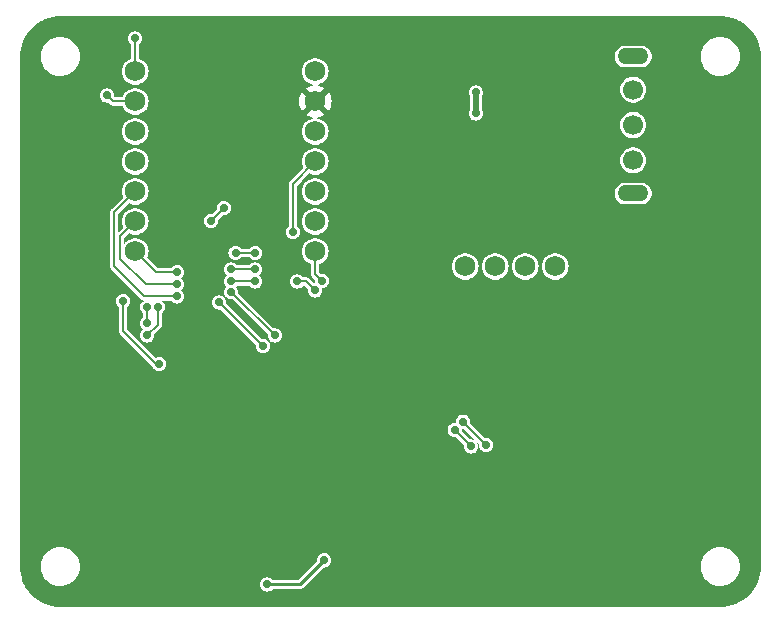
<source format=gbr>
%TF.GenerationSoftware,KiCad,Pcbnew,7.0.8*%
%TF.CreationDate,2024-01-07T13:33:52-05:00*%
%TF.ProjectId,destinationWeatherStation_r4-5,64657374-696e-4617-9469-6f6e57656174,02*%
%TF.SameCoordinates,Original*%
%TF.FileFunction,Copper,L2,Bot*%
%TF.FilePolarity,Positive*%
%FSLAX46Y46*%
G04 Gerber Fmt 4.6, Leading zero omitted, Abs format (unit mm)*
G04 Created by KiCad (PCBNEW 7.0.8) date 2024-01-07 13:33:52*
%MOMM*%
%LPD*%
G01*
G04 APERTURE LIST*
%TA.AperFunction,ComponentPad*%
%ADD10O,2.600000X1.350000*%
%TD*%
%TA.AperFunction,ComponentPad*%
%ADD11C,1.700000*%
%TD*%
%TA.AperFunction,ComponentPad*%
%ADD12C,1.750000*%
%TD*%
%TA.AperFunction,ViaPad*%
%ADD13C,0.700000*%
%TD*%
%TA.AperFunction,ViaPad*%
%ADD14C,1.000000*%
%TD*%
%TA.AperFunction,Conductor*%
%ADD15C,0.250000*%
%TD*%
%TA.AperFunction,Conductor*%
%ADD16C,0.500000*%
%TD*%
%TA.AperFunction,Conductor*%
%ADD17C,0.200000*%
%TD*%
G04 APERTURE END LIST*
D10*
%TO.P,SW1,*%
%TO.N,*%
X165354000Y-86530000D03*
X165354000Y-74930000D03*
D11*
%TO.P,SW1,1,A*%
%TO.N,Net-(SW1-A)*%
X165354000Y-83730000D03*
%TO.P,SW1,2,B*%
%TO.N,Net-(J1-Pin_1)*%
X165354000Y-80730000D03*
%TO.P,SW1,3,C*%
%TO.N,unconnected-(SW1-C-Pad3)*%
X165354000Y-77730000D03*
%TD*%
D12*
%TO.P,U1,1,D0*%
%TO.N,/SW2*%
X123190000Y-76200000D03*
%TO.P,U1,2,D1*%
%TO.N,/SW3*%
X123190000Y-78740000D03*
%TO.P,U1,3,D2*%
%TO.N,/CD*%
X123190000Y-81280000D03*
%TO.P,U1,4,D3*%
%TO.N,/CS_SD*%
X123190000Y-83820000D03*
%TO.P,U1,5,SDA*%
%TO.N,/SDA*%
X123190000Y-86360000D03*
%TO.P,U1,6,SCL*%
%TO.N,/SCL*%
X123190000Y-88900000D03*
%TO.P,U1,7,D6*%
%TO.N,/SW4*%
X123190000Y-91440000D03*
%TO.P,U1,8,D7*%
%TO.N,/SW5*%
X138430000Y-91440000D03*
%TO.P,U1,9,SCK*%
%TO.N,/SCK*%
X138430000Y-88900000D03*
%TO.P,U1,10,MISO*%
%TO.N,/MISO*%
X138430000Y-86360000D03*
%TO.P,U1,11,MOSI*%
%TO.N,/MOSI*%
X138430000Y-83820000D03*
%TO.P,U1,12,3V3*%
%TO.N,+3V3*%
X138430000Y-81280000D03*
%TO.P,U1,13,GND*%
%TO.N,GND*%
X138430000Y-78740000D03*
%TO.P,U1,14,VIN*%
%TO.N,VCC*%
X138430000Y-76200000D03*
%TD*%
%TO.P,U3,1,GND*%
%TO.N,/OLED1*%
X151130000Y-92710000D03*
%TO.P,U3,2,VCC*%
%TO.N,/OLED2*%
X153670000Y-92710000D03*
%TO.P,U3,3,SCL*%
%TO.N,/SCL*%
X156210000Y-92710000D03*
%TO.P,U3,4,SDA*%
%TO.N,/SDA*%
X158750000Y-92710000D03*
%TD*%
D13*
%TO.N,+3V3*%
X139185734Y-117595734D03*
X134366000Y-119634000D03*
%TO.N,GND*%
X117602000Y-95504000D03*
X160147000Y-76581000D03*
X117914000Y-103034000D03*
X116332000Y-114681000D03*
X159258000Y-79375000D03*
X115951000Y-95504000D03*
D14*
X131900000Y-118800000D03*
D13*
X160147000Y-81280000D03*
X160147000Y-79375000D03*
X160147000Y-75565000D03*
X160147000Y-77470000D03*
X156337000Y-85979000D03*
X160147000Y-80391000D03*
X152400000Y-89662000D03*
D14*
X129413000Y-116586000D03*
D13*
X159258000Y-75565000D03*
X117221000Y-101473000D03*
D14*
X134400000Y-114900000D03*
X118008400Y-86131400D03*
D13*
X159258000Y-77470000D03*
X159258000Y-81280000D03*
%TO.N,VCC*%
X152019000Y-77978000D03*
X152019000Y-79756000D03*
%TO.N,/SDA*%
X130302000Y-95758000D03*
X126746000Y-95250000D03*
X133999500Y-99441000D03*
%TO.N,/SCL*%
X135001000Y-98552000D03*
X126746000Y-94234000D03*
X131318000Y-94879503D03*
%TO.N,/MISO*%
X124206000Y-97536000D03*
X124206000Y-96131500D03*
X129603500Y-88836500D03*
X130683000Y-87757000D03*
%TO.N,/SCK*%
X133350000Y-91567000D03*
X125105503Y-96131500D03*
X131684500Y-91567000D03*
X124191500Y-98552000D03*
%TO.N,/MOSI*%
X133350000Y-92964000D03*
X131318000Y-92964000D03*
X136525000Y-89789000D03*
%TO.N,/CS_SD*%
X122174000Y-95631000D03*
X125222000Y-100965000D03*
%TO.N,/SW2*%
X123190000Y-73400500D03*
%TO.N,/SW3*%
X120777000Y-78232000D03*
%TO.N,/SW4*%
X150234734Y-106546734D03*
X151638000Y-107950000D03*
X136906000Y-93980000D03*
X131318000Y-93980000D03*
X133350000Y-93980000D03*
X126746000Y-93198109D03*
X138430000Y-94742000D03*
%TO.N,/SW5*%
X139001500Y-93916500D03*
X152908000Y-107823000D03*
X150933234Y-105848234D03*
%TD*%
D15*
%TO.N,+3V3*%
X137147468Y-119634000D02*
X134366000Y-119634000D01*
X139185734Y-117595734D02*
X137147468Y-119634000D01*
D16*
%TO.N,VCC*%
X152019000Y-79756000D02*
X152019000Y-77978000D01*
D17*
%TO.N,/SDA*%
X133985000Y-99441000D02*
X133999500Y-99441000D01*
X121412000Y-88138000D02*
X123190000Y-86360000D01*
X126746000Y-95250000D02*
X123952000Y-95250000D01*
X123952000Y-95250000D02*
X121412000Y-92710000D01*
X121412000Y-92710000D02*
X121412000Y-88138000D01*
X130302000Y-95758000D02*
X133985000Y-99441000D01*
%TO.N,/SCL*%
X124073649Y-94234000D02*
X121920000Y-92080351D01*
X121920000Y-92080351D02*
X121920000Y-90170000D01*
X126746000Y-94234000D02*
X124073649Y-94234000D01*
X135001000Y-98552000D02*
X134990497Y-98552000D01*
X134990497Y-98552000D02*
X131318000Y-94879503D01*
X121920000Y-90170000D02*
X123190000Y-88900000D01*
%TO.N,/MISO*%
X129603500Y-88836500D02*
X130683000Y-87757000D01*
X124206000Y-97536000D02*
X124206000Y-96131500D01*
%TO.N,/SCK*%
X124191500Y-98552000D02*
X125105503Y-97637997D01*
X125105503Y-97637997D02*
X125105503Y-96131500D01*
X131684500Y-91567000D02*
X133350000Y-91567000D01*
%TO.N,/MOSI*%
X136525000Y-85725000D02*
X138430000Y-83820000D01*
X131318000Y-92964000D02*
X133350000Y-92964000D01*
X136525000Y-89789000D02*
X136525000Y-85725000D01*
%TO.N,/CS_SD*%
X122174000Y-98201239D02*
X122174000Y-95631000D01*
X124937761Y-100965000D02*
X122174000Y-98201239D01*
X125222000Y-100965000D02*
X124937761Y-100965000D01*
%TO.N,/SW2*%
X123190000Y-73400500D02*
X123190000Y-76200000D01*
%TO.N,/SW3*%
X121285000Y-78740000D02*
X123190000Y-78740000D01*
X120777000Y-78232000D02*
X121285000Y-78740000D01*
%TO.N,/SW4*%
X151638000Y-107950000D02*
X150234734Y-106546734D01*
X137668000Y-93980000D02*
X136906000Y-93980000D01*
X133350000Y-93980000D02*
X131318000Y-93980000D01*
X138430000Y-94742000D02*
X137668000Y-93980000D01*
X126746000Y-93198109D02*
X124948109Y-93198109D01*
X124948109Y-93198109D02*
X123190000Y-91440000D01*
%TO.N,/SW5*%
X138430000Y-93345000D02*
X138430000Y-91440000D01*
X152908000Y-107823000D02*
X150933234Y-105848234D01*
X139001500Y-93916500D02*
X138430000Y-93345000D01*
%TD*%
%TA.AperFunction,Conductor*%
%TO.N,GND*%
G36*
X172720140Y-71501506D02*
G01*
X173055779Y-71517995D01*
X173056315Y-71518048D01*
X173251658Y-71547024D01*
X173388595Y-71567338D01*
X173389140Y-71567446D01*
X173714977Y-71649063D01*
X173715500Y-71649222D01*
X174031771Y-71762386D01*
X174032274Y-71762594D01*
X174184107Y-71834406D01*
X174335929Y-71906213D01*
X174336427Y-71906479D01*
X174430721Y-71962996D01*
X174624535Y-72079163D01*
X174624997Y-72079472D01*
X174894791Y-72279567D01*
X174895228Y-72279925D01*
X175144106Y-72505494D01*
X175144505Y-72505893D01*
X175370074Y-72754771D01*
X175370432Y-72755208D01*
X175570527Y-73025002D01*
X175570841Y-73025472D01*
X175743520Y-73313572D01*
X175743786Y-73314070D01*
X175887400Y-73617714D01*
X175887616Y-73618236D01*
X176000776Y-73934498D01*
X176000939Y-73935035D01*
X176006259Y-73956274D01*
X176082551Y-74260851D01*
X176082661Y-74261404D01*
X176131950Y-74593674D01*
X176132005Y-74594236D01*
X176148493Y-74929856D01*
X176148500Y-74930138D01*
X176148500Y-118109861D01*
X176148493Y-118110143D01*
X176132005Y-118445763D01*
X176131950Y-118446325D01*
X176082661Y-118778595D01*
X176082551Y-118779148D01*
X176000940Y-119104961D01*
X176000776Y-119105501D01*
X175887616Y-119421763D01*
X175887400Y-119422285D01*
X175743786Y-119725929D01*
X175743520Y-119726427D01*
X175570841Y-120014527D01*
X175570527Y-120014997D01*
X175370432Y-120284791D01*
X175370074Y-120285228D01*
X175144505Y-120534106D01*
X175144106Y-120534505D01*
X174895228Y-120760074D01*
X174894791Y-120760432D01*
X174624997Y-120960527D01*
X174624527Y-120960841D01*
X174336427Y-121133520D01*
X174335929Y-121133786D01*
X174032285Y-121277400D01*
X174031763Y-121277616D01*
X173715501Y-121390776D01*
X173714961Y-121390940D01*
X173389148Y-121472551D01*
X173388595Y-121472661D01*
X173056325Y-121521950D01*
X173055763Y-121522005D01*
X172811789Y-121533990D01*
X172720140Y-121538493D01*
X172719862Y-121538500D01*
X116840138Y-121538500D01*
X116839859Y-121538493D01*
X116727982Y-121532997D01*
X116504236Y-121522005D01*
X116503674Y-121521950D01*
X116171404Y-121472661D01*
X116170851Y-121472551D01*
X115845038Y-121390940D01*
X115844498Y-121390776D01*
X115528236Y-121277616D01*
X115527714Y-121277400D01*
X115224070Y-121133786D01*
X115223572Y-121133520D01*
X114935472Y-120960841D01*
X114935002Y-120960527D01*
X114665208Y-120760432D01*
X114664771Y-120760074D01*
X114415893Y-120534505D01*
X114415494Y-120534106D01*
X114189925Y-120285228D01*
X114189567Y-120284791D01*
X113989472Y-120014997D01*
X113989163Y-120014535D01*
X113863479Y-119804843D01*
X113816479Y-119726427D01*
X113816213Y-119725929D01*
X113698590Y-119477238D01*
X113672594Y-119422274D01*
X113672383Y-119421763D01*
X113639964Y-119331159D01*
X113559222Y-119105500D01*
X113559063Y-119104977D01*
X113477446Y-118779140D01*
X113477338Y-118778595D01*
X113428049Y-118446325D01*
X113427995Y-118445779D01*
X113411506Y-118110141D01*
X113411503Y-118110000D01*
X115183393Y-118110000D01*
X115203789Y-118369155D01*
X115264471Y-118621915D01*
X115264472Y-118621918D01*
X115264473Y-118621920D01*
X115363952Y-118862084D01*
X115499777Y-119083729D01*
X115668602Y-119281398D01*
X115866271Y-119450223D01*
X116087916Y-119586048D01*
X116328080Y-119685527D01*
X116328083Y-119685527D01*
X116328084Y-119685528D01*
X116580845Y-119746210D01*
X116580847Y-119746210D01*
X116580850Y-119746211D01*
X116775111Y-119761500D01*
X116775115Y-119761500D01*
X116904885Y-119761500D01*
X116904889Y-119761500D01*
X117099150Y-119746211D01*
X117099153Y-119746210D01*
X117099155Y-119746210D01*
X117225535Y-119715869D01*
X117351920Y-119685527D01*
X117476317Y-119634000D01*
X133760318Y-119634000D01*
X133780956Y-119790762D01*
X133841464Y-119936841D01*
X133937718Y-120062282D01*
X134063159Y-120158536D01*
X134209238Y-120219044D01*
X134366000Y-120239682D01*
X134522762Y-120219044D01*
X134668841Y-120158536D01*
X134794282Y-120062282D01*
X134830926Y-120014527D01*
X134831331Y-120013999D01*
X134838954Y-120009598D01*
X134840455Y-120009500D01*
X137107333Y-120009500D01*
X137109693Y-120009745D01*
X137131736Y-120014367D01*
X137170429Y-120009543D01*
X137171141Y-120009500D01*
X137178580Y-120009500D01*
X137178582Y-120009500D01*
X137201608Y-120005657D01*
X137256094Y-119998866D01*
X137261735Y-119996107D01*
X137264889Y-119995097D01*
X137271078Y-119994065D01*
X137319345Y-119967944D01*
X137368679Y-119943826D01*
X137373119Y-119939384D01*
X137375769Y-119937407D01*
X137381294Y-119934419D01*
X137418476Y-119894028D01*
X139115762Y-118196741D01*
X139123893Y-118193374D01*
X139125391Y-118193471D01*
X139185734Y-118201416D01*
X139342496Y-118180778D01*
X139488575Y-118120270D01*
X139501959Y-118110000D01*
X171063393Y-118110000D01*
X171083789Y-118369155D01*
X171144471Y-118621915D01*
X171144472Y-118621918D01*
X171144473Y-118621920D01*
X171243952Y-118862084D01*
X171379777Y-119083729D01*
X171548602Y-119281398D01*
X171746271Y-119450223D01*
X171967916Y-119586048D01*
X172208080Y-119685527D01*
X172208083Y-119685527D01*
X172208084Y-119685528D01*
X172460845Y-119746210D01*
X172460847Y-119746210D01*
X172460850Y-119746211D01*
X172655111Y-119761500D01*
X172655115Y-119761500D01*
X172784885Y-119761500D01*
X172784889Y-119761500D01*
X172979150Y-119746211D01*
X172979153Y-119746210D01*
X172979155Y-119746210D01*
X173105535Y-119715869D01*
X173231920Y-119685527D01*
X173472084Y-119586048D01*
X173693729Y-119450223D01*
X173891398Y-119281398D01*
X174060223Y-119083729D01*
X174196048Y-118862084D01*
X174295527Y-118621920D01*
X174356211Y-118369150D01*
X174376607Y-118110000D01*
X174356211Y-117850850D01*
X174332598Y-117752495D01*
X174295528Y-117598084D01*
X174295527Y-117598081D01*
X174196048Y-117357917D01*
X174196048Y-117357916D01*
X174060223Y-117136271D01*
X173891398Y-116938602D01*
X173693729Y-116769777D01*
X173472084Y-116633952D01*
X173231920Y-116534473D01*
X173231918Y-116534472D01*
X173231915Y-116534471D01*
X172979154Y-116473789D01*
X172979156Y-116473789D01*
X172862593Y-116464615D01*
X172784889Y-116458500D01*
X172655111Y-116458500D01*
X172577406Y-116464615D01*
X172460844Y-116473789D01*
X172208084Y-116534471D01*
X172208081Y-116534472D01*
X171967917Y-116633951D01*
X171746274Y-116769775D01*
X171746271Y-116769777D01*
X171548602Y-116938602D01*
X171379777Y-117136271D01*
X171379775Y-117136273D01*
X171379775Y-117136274D01*
X171243951Y-117357917D01*
X171144472Y-117598081D01*
X171144471Y-117598084D01*
X171083789Y-117850844D01*
X171063393Y-118110000D01*
X139501959Y-118110000D01*
X139614016Y-118024016D01*
X139710270Y-117898575D01*
X139770778Y-117752496D01*
X139791416Y-117595734D01*
X139770778Y-117438972D01*
X139710270Y-117292893D01*
X139614016Y-117167452D01*
X139488575Y-117071198D01*
X139342496Y-117010690D01*
X139185734Y-116990052D01*
X139028972Y-117010690D01*
X138882893Y-117071198D01*
X138757452Y-117167452D01*
X138661198Y-117292893D01*
X138600690Y-117438972D01*
X138580052Y-117595734D01*
X138587994Y-117656071D01*
X138585715Y-117664573D01*
X138584724Y-117665704D01*
X136995298Y-119255132D01*
X136987166Y-119258500D01*
X134840455Y-119258500D01*
X134832323Y-119255132D01*
X134831331Y-119254001D01*
X134825166Y-119245967D01*
X134794282Y-119205718D01*
X134668841Y-119109464D01*
X134522762Y-119048956D01*
X134366000Y-119028318D01*
X134209238Y-119048956D01*
X134063159Y-119109464D01*
X133937718Y-119205718D01*
X133841464Y-119331159D01*
X133780956Y-119477238D01*
X133760318Y-119634000D01*
X117476317Y-119634000D01*
X117592084Y-119586048D01*
X117813729Y-119450223D01*
X118011398Y-119281398D01*
X118180223Y-119083729D01*
X118316048Y-118862084D01*
X118415527Y-118621920D01*
X118476211Y-118369150D01*
X118496607Y-118110000D01*
X118476211Y-117850850D01*
X118452598Y-117752495D01*
X118415528Y-117598084D01*
X118415527Y-117598081D01*
X118316048Y-117357917D01*
X118316048Y-117357916D01*
X118180223Y-117136271D01*
X118011398Y-116938602D01*
X117813729Y-116769777D01*
X117592084Y-116633952D01*
X117351920Y-116534473D01*
X117351918Y-116534472D01*
X117351915Y-116534471D01*
X117099154Y-116473789D01*
X117099156Y-116473789D01*
X116982593Y-116464615D01*
X116904889Y-116458500D01*
X116775111Y-116458500D01*
X116697406Y-116464615D01*
X116580844Y-116473789D01*
X116328084Y-116534471D01*
X116328081Y-116534472D01*
X116087917Y-116633951D01*
X115866274Y-116769775D01*
X115866271Y-116769777D01*
X115668602Y-116938602D01*
X115499777Y-117136271D01*
X115499775Y-117136273D01*
X115499775Y-117136274D01*
X115363951Y-117357917D01*
X115264472Y-117598081D01*
X115264471Y-117598084D01*
X115203789Y-117850844D01*
X115183393Y-118110000D01*
X113411503Y-118110000D01*
X113411500Y-118109861D01*
X113411500Y-106546734D01*
X149629052Y-106546734D01*
X149649690Y-106703496D01*
X149710198Y-106849575D01*
X149806452Y-106975016D01*
X149931893Y-107071270D01*
X150077972Y-107131778D01*
X150234734Y-107152416D01*
X150326314Y-107140359D01*
X150334816Y-107142637D01*
X150335947Y-107143629D01*
X151041104Y-107848785D01*
X151044472Y-107856917D01*
X151044374Y-107858418D01*
X151032318Y-107949999D01*
X151032318Y-107950000D01*
X151052956Y-108106762D01*
X151113464Y-108252841D01*
X151209718Y-108378282D01*
X151335159Y-108474536D01*
X151481238Y-108535044D01*
X151638000Y-108555682D01*
X151794762Y-108535044D01*
X151940841Y-108474536D01*
X152066282Y-108378282D01*
X152162536Y-108252841D01*
X152223044Y-108106762D01*
X152243682Y-107950000D01*
X152223044Y-107793238D01*
X152162536Y-107647159D01*
X152066282Y-107521718D01*
X151940841Y-107425464D01*
X151794762Y-107364956D01*
X151638000Y-107344318D01*
X151637999Y-107344318D01*
X151546418Y-107356373D01*
X151537916Y-107354094D01*
X151536785Y-107353103D01*
X150831629Y-106647947D01*
X150828261Y-106639815D01*
X150828359Y-106638314D01*
X150840416Y-106546734D01*
X150828299Y-106454701D01*
X150830577Y-106446200D01*
X150838200Y-106441799D01*
X150841200Y-106441799D01*
X150933234Y-106453916D01*
X151024814Y-106441859D01*
X151033316Y-106444137D01*
X151034447Y-106445129D01*
X152311104Y-107721785D01*
X152314472Y-107729917D01*
X152314374Y-107731418D01*
X152306236Y-107793238D01*
X152302318Y-107823000D01*
X152322956Y-107979762D01*
X152383464Y-108125841D01*
X152479718Y-108251282D01*
X152605159Y-108347536D01*
X152751238Y-108408044D01*
X152908000Y-108428682D01*
X153064762Y-108408044D01*
X153210841Y-108347536D01*
X153336282Y-108251282D01*
X153432536Y-108125841D01*
X153493044Y-107979762D01*
X153513682Y-107823000D01*
X153493044Y-107666238D01*
X153432536Y-107520159D01*
X153336282Y-107394718D01*
X153210841Y-107298464D01*
X153064762Y-107237956D01*
X152908000Y-107217318D01*
X152907999Y-107217318D01*
X152816418Y-107229373D01*
X152807916Y-107227094D01*
X152806785Y-107226103D01*
X151530129Y-105949447D01*
X151526761Y-105941315D01*
X151526859Y-105939814D01*
X151538916Y-105848234D01*
X151518278Y-105691472D01*
X151457770Y-105545393D01*
X151361516Y-105419952D01*
X151236075Y-105323698D01*
X151089996Y-105263190D01*
X150933234Y-105242552D01*
X150776472Y-105263190D01*
X150630393Y-105323698D01*
X150504952Y-105419952D01*
X150408698Y-105545393D01*
X150348190Y-105691472D01*
X150327552Y-105848234D01*
X150339667Y-105940264D01*
X150337388Y-105948766D01*
X150329766Y-105953167D01*
X150326764Y-105953167D01*
X150234734Y-105941052D01*
X150077972Y-105961690D01*
X149931893Y-106022198D01*
X149806452Y-106118452D01*
X149710198Y-106243893D01*
X149649690Y-106389972D01*
X149629052Y-106546734D01*
X113411500Y-106546734D01*
X113411500Y-95631000D01*
X121568318Y-95631000D01*
X121588956Y-95787762D01*
X121649464Y-95933841D01*
X121745718Y-96059282D01*
X121819001Y-96115514D01*
X121823402Y-96123136D01*
X121823500Y-96124637D01*
X121823500Y-98163696D01*
X121823255Y-98166056D01*
X121818956Y-98186553D01*
X121823456Y-98222645D01*
X121823500Y-98223357D01*
X121823500Y-98230277D01*
X121827087Y-98251779D01*
X121833426Y-98302630D01*
X121835951Y-98307796D01*
X121836961Y-98310950D01*
X121837696Y-98315352D01*
X121837908Y-98316620D01*
X121862295Y-98361683D01*
X121884802Y-98407723D01*
X121884803Y-98407724D01*
X121888865Y-98411786D01*
X121890846Y-98414443D01*
X121893580Y-98419494D01*
X121893582Y-98419497D01*
X121927570Y-98450785D01*
X121931275Y-98454196D01*
X124662289Y-101185210D01*
X124664782Y-101188941D01*
X124697464Y-101267841D01*
X124793718Y-101393282D01*
X124919159Y-101489536D01*
X125065238Y-101550044D01*
X125222000Y-101570682D01*
X125378762Y-101550044D01*
X125524841Y-101489536D01*
X125650282Y-101393282D01*
X125746536Y-101267841D01*
X125807044Y-101121762D01*
X125827682Y-100965000D01*
X125807044Y-100808238D01*
X125746536Y-100662159D01*
X125650282Y-100536718D01*
X125524841Y-100440464D01*
X125378762Y-100379956D01*
X125222000Y-100359318D01*
X125065238Y-100379956D01*
X124919009Y-100440526D01*
X124910207Y-100440526D01*
X124906476Y-100438033D01*
X122527868Y-98059425D01*
X122524500Y-98051293D01*
X122524500Y-96124637D01*
X122527868Y-96116505D01*
X122528991Y-96115519D01*
X122602282Y-96059282D01*
X122698536Y-95933841D01*
X122759044Y-95787762D01*
X122779682Y-95631000D01*
X122759044Y-95474238D01*
X122698536Y-95328159D01*
X122602282Y-95202718D01*
X122476841Y-95106464D01*
X122330762Y-95045956D01*
X122174000Y-95025318D01*
X122017238Y-95045956D01*
X121871159Y-95106464D01*
X121745718Y-95202718D01*
X121649464Y-95328159D01*
X121588956Y-95474238D01*
X121568318Y-95631000D01*
X113411500Y-95631000D01*
X113411500Y-92695314D01*
X121056956Y-92695314D01*
X121061456Y-92731406D01*
X121061500Y-92732118D01*
X121061500Y-92739038D01*
X121065087Y-92760540D01*
X121071426Y-92811391D01*
X121073951Y-92816557D01*
X121074961Y-92819711D01*
X121075696Y-92824113D01*
X121075908Y-92825381D01*
X121100295Y-92870444D01*
X121122802Y-92916484D01*
X121122803Y-92916485D01*
X121126865Y-92920547D01*
X121128846Y-92923204D01*
X121131580Y-92928255D01*
X121131582Y-92928258D01*
X121169275Y-92962957D01*
X123677614Y-95471296D01*
X123679109Y-95473138D01*
X123690560Y-95490666D01*
X123690565Y-95490671D01*
X123697466Y-95496041D01*
X123719269Y-95513011D01*
X123719790Y-95513472D01*
X123724693Y-95518375D01*
X123724696Y-95518377D01*
X123724697Y-95518378D01*
X123742437Y-95531044D01*
X123782871Y-95562516D01*
X123782874Y-95562517D01*
X123788310Y-95564382D01*
X123791254Y-95565898D01*
X123795933Y-95569239D01*
X123845037Y-95583858D01*
X123885733Y-95597829D01*
X123892329Y-95603654D01*
X123892875Y-95612439D01*
X123888999Y-95617829D01*
X123810215Y-95678282D01*
X123777718Y-95703218D01*
X123681464Y-95828659D01*
X123620956Y-95974738D01*
X123600318Y-96131500D01*
X123620956Y-96288262D01*
X123681464Y-96434341D01*
X123777718Y-96559782D01*
X123851001Y-96616014D01*
X123855402Y-96623636D01*
X123855500Y-96625137D01*
X123855500Y-97042361D01*
X123852132Y-97050493D01*
X123851001Y-97051484D01*
X123777721Y-97107714D01*
X123777718Y-97107717D01*
X123681464Y-97233159D01*
X123620956Y-97379238D01*
X123600318Y-97536000D01*
X123620956Y-97692762D01*
X123681464Y-97838841D01*
X123777718Y-97964282D01*
X123846836Y-98017318D01*
X123862467Y-98029312D01*
X123866868Y-98036935D01*
X123864590Y-98045437D01*
X123862467Y-98047559D01*
X123763221Y-98123714D01*
X123763218Y-98123717D01*
X123681453Y-98230277D01*
X123666964Y-98249159D01*
X123606456Y-98395238D01*
X123585818Y-98552000D01*
X123606456Y-98708762D01*
X123666964Y-98854841D01*
X123763218Y-98980282D01*
X123888659Y-99076536D01*
X124034738Y-99137044D01*
X124191500Y-99157682D01*
X124348262Y-99137044D01*
X124494341Y-99076536D01*
X124619782Y-98980282D01*
X124716036Y-98854841D01*
X124776544Y-98708762D01*
X124797182Y-98552000D01*
X124785125Y-98460417D01*
X124787403Y-98451916D01*
X124788387Y-98450793D01*
X125326802Y-97912378D01*
X125328632Y-97910892D01*
X125346172Y-97899434D01*
X125368514Y-97870726D01*
X125368968Y-97870212D01*
X125373878Y-97865304D01*
X125386547Y-97847559D01*
X125418020Y-97807123D01*
X125419886Y-97801684D01*
X125421400Y-97798742D01*
X125424742Y-97794064D01*
X125439361Y-97744959D01*
X125456003Y-97696485D01*
X125456003Y-97690737D01*
X125456481Y-97687455D01*
X125458120Y-97681951D01*
X125456003Y-97630766D01*
X125456003Y-96625137D01*
X125459371Y-96617005D01*
X125460494Y-96616019D01*
X125533785Y-96559782D01*
X125630039Y-96434341D01*
X125690547Y-96288262D01*
X125711185Y-96131500D01*
X125690547Y-95974738D01*
X125630039Y-95828659D01*
X125533785Y-95703218D01*
X125426796Y-95621123D01*
X125422396Y-95613501D01*
X125424674Y-95604999D01*
X125432297Y-95600598D01*
X125433798Y-95600500D01*
X126252362Y-95600500D01*
X126260494Y-95603868D01*
X126261486Y-95604999D01*
X126317718Y-95678282D01*
X126443159Y-95774536D01*
X126589238Y-95835044D01*
X126746000Y-95855682D01*
X126902762Y-95835044D01*
X127048841Y-95774536D01*
X127070391Y-95758000D01*
X129696318Y-95758000D01*
X129716956Y-95914762D01*
X129777464Y-96060841D01*
X129873718Y-96186282D01*
X129999159Y-96282536D01*
X130145238Y-96343044D01*
X130302000Y-96363682D01*
X130393580Y-96351625D01*
X130402082Y-96353903D01*
X130403213Y-96354895D01*
X133400917Y-99352599D01*
X133404285Y-99360731D01*
X133404187Y-99362232D01*
X133393818Y-99440999D01*
X133393818Y-99441000D01*
X133414456Y-99597762D01*
X133474964Y-99743841D01*
X133571218Y-99869282D01*
X133696659Y-99965536D01*
X133842738Y-100026044D01*
X133999500Y-100046682D01*
X134156262Y-100026044D01*
X134302341Y-99965536D01*
X134427782Y-99869282D01*
X134524036Y-99743841D01*
X134584544Y-99597762D01*
X134605182Y-99441000D01*
X134584544Y-99284238D01*
X134524036Y-99138159D01*
X134427782Y-99012718D01*
X134302341Y-98916464D01*
X134156262Y-98855956D01*
X133999500Y-98835318D01*
X133999499Y-98835318D01*
X133895105Y-98849060D01*
X133886603Y-98846781D01*
X133885472Y-98845790D01*
X130898895Y-95859213D01*
X130895527Y-95851081D01*
X130895625Y-95849580D01*
X130897539Y-95835043D01*
X130907682Y-95758000D01*
X130887044Y-95601238D01*
X130826536Y-95455159D01*
X130730282Y-95329718D01*
X130604841Y-95233464D01*
X130458762Y-95172956D01*
X130302000Y-95152318D01*
X130145238Y-95172956D01*
X129999159Y-95233464D01*
X129873718Y-95329718D01*
X129777464Y-95455159D01*
X129716956Y-95601238D01*
X129696318Y-95758000D01*
X127070391Y-95758000D01*
X127174282Y-95678282D01*
X127270536Y-95552841D01*
X127331044Y-95406762D01*
X127351682Y-95250000D01*
X127331044Y-95093238D01*
X127270536Y-94947159D01*
X127218622Y-94879503D01*
X130712318Y-94879503D01*
X130732956Y-95036265D01*
X130793464Y-95182344D01*
X130889718Y-95307785D01*
X131015159Y-95404039D01*
X131161238Y-95464547D01*
X131318000Y-95485185D01*
X131409580Y-95473128D01*
X131418082Y-95475406D01*
X131419213Y-95476398D01*
X134402882Y-98460067D01*
X134406250Y-98468199D01*
X134406152Y-98469700D01*
X134395318Y-98551999D01*
X134395318Y-98552000D01*
X134415956Y-98708762D01*
X134476464Y-98854841D01*
X134572718Y-98980282D01*
X134698159Y-99076536D01*
X134844238Y-99137044D01*
X135001000Y-99157682D01*
X135157762Y-99137044D01*
X135303841Y-99076536D01*
X135429282Y-98980282D01*
X135525536Y-98854841D01*
X135586044Y-98708762D01*
X135606682Y-98552000D01*
X135586044Y-98395238D01*
X135525536Y-98249159D01*
X135429282Y-98123718D01*
X135303841Y-98027464D01*
X135157762Y-97966956D01*
X135001000Y-97946318D01*
X135000999Y-97946318D01*
X134900137Y-97959595D01*
X134891635Y-97957316D01*
X134890504Y-97956325D01*
X131914895Y-94980716D01*
X131911527Y-94972584D01*
X131911625Y-94971083D01*
X131923682Y-94879503D01*
X131903044Y-94722741D01*
X131842536Y-94576662D01*
X131746282Y-94451221D01*
X131730191Y-94438874D01*
X131725791Y-94431252D01*
X131728069Y-94422750D01*
X131730193Y-94420627D01*
X131746279Y-94408284D01*
X131746282Y-94408282D01*
X131802514Y-94334999D01*
X131810137Y-94330598D01*
X131811638Y-94330500D01*
X132856362Y-94330500D01*
X132864494Y-94333868D01*
X132865486Y-94334999D01*
X132921718Y-94408282D01*
X133047159Y-94504536D01*
X133193238Y-94565044D01*
X133350000Y-94585682D01*
X133506762Y-94565044D01*
X133652841Y-94504536D01*
X133778282Y-94408282D01*
X133874536Y-94282841D01*
X133935044Y-94136762D01*
X133955682Y-93980000D01*
X136300318Y-93980000D01*
X136320956Y-94136762D01*
X136381464Y-94282841D01*
X136477718Y-94408282D01*
X136603159Y-94504536D01*
X136749238Y-94565044D01*
X136906000Y-94585682D01*
X137062762Y-94565044D01*
X137208841Y-94504536D01*
X137334282Y-94408282D01*
X137390514Y-94334999D01*
X137398137Y-94330598D01*
X137399638Y-94330500D01*
X137518054Y-94330500D01*
X137526186Y-94333868D01*
X137833104Y-94640785D01*
X137836472Y-94648917D01*
X137836374Y-94650418D01*
X137824318Y-94741999D01*
X137824318Y-94742000D01*
X137844956Y-94898762D01*
X137905464Y-95044841D01*
X138001718Y-95170282D01*
X138127159Y-95266536D01*
X138273238Y-95327044D01*
X138430000Y-95347682D01*
X138586762Y-95327044D01*
X138732841Y-95266536D01*
X138858282Y-95170282D01*
X138954536Y-95044841D01*
X139015044Y-94898762D01*
X139035682Y-94742000D01*
X139015044Y-94585238D01*
X138995310Y-94537596D01*
X138995310Y-94528796D01*
X139001534Y-94522572D01*
X139004428Y-94521796D01*
X139158262Y-94501544D01*
X139304341Y-94441036D01*
X139429782Y-94344782D01*
X139526036Y-94219341D01*
X139586544Y-94073262D01*
X139607182Y-93916500D01*
X139586544Y-93759738D01*
X139526036Y-93613659D01*
X139429782Y-93488218D01*
X139304341Y-93391964D01*
X139158262Y-93331456D01*
X139001500Y-93310818D01*
X139001499Y-93310818D01*
X138909918Y-93322873D01*
X138901416Y-93320594D01*
X138900285Y-93319603D01*
X138783868Y-93203186D01*
X138780500Y-93195054D01*
X138780500Y-92710000D01*
X149999678Y-92710000D01*
X150018923Y-92917693D01*
X150076005Y-93118316D01*
X150076009Y-93118326D01*
X150168981Y-93305039D01*
X150168983Y-93305042D01*
X150294674Y-93471484D01*
X150294677Y-93471487D01*
X150294682Y-93471493D01*
X150389800Y-93558204D01*
X150448832Y-93612019D01*
X150617617Y-93716526D01*
X150626172Y-93721823D01*
X150820673Y-93797173D01*
X150820679Y-93797174D01*
X150820685Y-93797176D01*
X150939022Y-93819296D01*
X151025707Y-93835500D01*
X151234293Y-93835500D01*
X151342435Y-93815285D01*
X151439314Y-93797176D01*
X151439317Y-93797174D01*
X151439327Y-93797173D01*
X151633828Y-93721823D01*
X151727056Y-93664098D01*
X151811167Y-93612019D01*
X151811168Y-93612017D01*
X151811171Y-93612016D01*
X151965318Y-93471493D01*
X151969099Y-93466487D01*
X152091016Y-93305042D01*
X152091018Y-93305039D01*
X152091017Y-93305039D01*
X152091019Y-93305038D01*
X152183994Y-93118319D01*
X152241076Y-92917696D01*
X152260322Y-92710000D01*
X152539678Y-92710000D01*
X152558923Y-92917693D01*
X152616005Y-93118316D01*
X152616009Y-93118326D01*
X152708981Y-93305039D01*
X152708983Y-93305042D01*
X152834674Y-93471484D01*
X152834677Y-93471487D01*
X152834682Y-93471493D01*
X152929800Y-93558204D01*
X152988832Y-93612019D01*
X153157617Y-93716526D01*
X153166172Y-93721823D01*
X153360673Y-93797173D01*
X153360679Y-93797174D01*
X153360685Y-93797176D01*
X153479022Y-93819296D01*
X153565707Y-93835500D01*
X153774293Y-93835500D01*
X153882435Y-93815285D01*
X153979314Y-93797176D01*
X153979317Y-93797174D01*
X153979327Y-93797173D01*
X154173828Y-93721823D01*
X154267056Y-93664098D01*
X154351167Y-93612019D01*
X154351168Y-93612017D01*
X154351171Y-93612016D01*
X154505318Y-93471493D01*
X154509099Y-93466487D01*
X154631016Y-93305042D01*
X154631018Y-93305039D01*
X154631017Y-93305039D01*
X154631019Y-93305038D01*
X154723994Y-93118319D01*
X154781076Y-92917696D01*
X154800322Y-92710000D01*
X155079678Y-92710000D01*
X155098923Y-92917693D01*
X155156005Y-93118316D01*
X155156009Y-93118326D01*
X155248981Y-93305039D01*
X155248983Y-93305042D01*
X155374674Y-93471484D01*
X155374677Y-93471487D01*
X155374682Y-93471493D01*
X155469800Y-93558204D01*
X155528832Y-93612019D01*
X155697617Y-93716526D01*
X155706172Y-93721823D01*
X155900673Y-93797173D01*
X155900679Y-93797174D01*
X155900685Y-93797176D01*
X156019022Y-93819296D01*
X156105707Y-93835500D01*
X156314293Y-93835500D01*
X156422435Y-93815285D01*
X156519314Y-93797176D01*
X156519317Y-93797174D01*
X156519327Y-93797173D01*
X156713828Y-93721823D01*
X156807056Y-93664098D01*
X156891167Y-93612019D01*
X156891168Y-93612017D01*
X156891171Y-93612016D01*
X157045318Y-93471493D01*
X157049099Y-93466487D01*
X157171016Y-93305042D01*
X157171018Y-93305039D01*
X157171017Y-93305039D01*
X157171019Y-93305038D01*
X157263994Y-93118319D01*
X157321076Y-92917696D01*
X157340322Y-92710000D01*
X157619678Y-92710000D01*
X157638923Y-92917693D01*
X157696005Y-93118316D01*
X157696009Y-93118326D01*
X157788981Y-93305039D01*
X157788983Y-93305042D01*
X157914674Y-93471484D01*
X157914677Y-93471487D01*
X157914682Y-93471493D01*
X158009800Y-93558204D01*
X158068832Y-93612019D01*
X158237617Y-93716526D01*
X158246172Y-93721823D01*
X158440673Y-93797173D01*
X158440679Y-93797174D01*
X158440685Y-93797176D01*
X158559022Y-93819296D01*
X158645707Y-93835500D01*
X158854293Y-93835500D01*
X158962435Y-93815285D01*
X159059314Y-93797176D01*
X159059317Y-93797174D01*
X159059327Y-93797173D01*
X159253828Y-93721823D01*
X159347056Y-93664098D01*
X159431167Y-93612019D01*
X159431168Y-93612017D01*
X159431171Y-93612016D01*
X159585318Y-93471493D01*
X159589099Y-93466487D01*
X159711016Y-93305042D01*
X159711018Y-93305039D01*
X159711017Y-93305039D01*
X159711019Y-93305038D01*
X159803994Y-93118319D01*
X159861076Y-92917696D01*
X159880322Y-92710000D01*
X159861076Y-92502304D01*
X159803994Y-92301681D01*
X159711019Y-92114962D01*
X159711018Y-92114961D01*
X159711018Y-92114960D01*
X159711016Y-92114957D01*
X159585325Y-91948515D01*
X159585321Y-91948512D01*
X159585318Y-91948507D01*
X159431171Y-91807984D01*
X159431172Y-91807984D01*
X159431167Y-91807980D01*
X159253837Y-91698182D01*
X159253832Y-91698179D01*
X159253828Y-91698177D01*
X159253823Y-91698175D01*
X159253817Y-91698172D01*
X159104773Y-91640432D01*
X159059327Y-91622827D01*
X159059324Y-91622826D01*
X159059314Y-91622823D01*
X158854295Y-91584500D01*
X158854293Y-91584500D01*
X158645707Y-91584500D01*
X158645704Y-91584500D01*
X158440685Y-91622823D01*
X158440670Y-91622828D01*
X158246182Y-91698172D01*
X158246162Y-91698182D01*
X158068832Y-91807980D01*
X157969941Y-91898131D01*
X157914682Y-91948507D01*
X157914680Y-91948509D01*
X157914674Y-91948515D01*
X157788983Y-92114957D01*
X157788981Y-92114960D01*
X157696009Y-92301673D01*
X157696005Y-92301683D01*
X157638923Y-92502306D01*
X157619678Y-92710000D01*
X157340322Y-92710000D01*
X157321076Y-92502304D01*
X157263994Y-92301681D01*
X157171019Y-92114962D01*
X157171018Y-92114961D01*
X157171018Y-92114960D01*
X157171016Y-92114957D01*
X157045325Y-91948515D01*
X157045321Y-91948512D01*
X157045318Y-91948507D01*
X156891171Y-91807984D01*
X156891172Y-91807984D01*
X156891167Y-91807980D01*
X156713837Y-91698182D01*
X156713832Y-91698179D01*
X156713828Y-91698177D01*
X156713823Y-91698175D01*
X156713817Y-91698172D01*
X156564773Y-91640432D01*
X156519327Y-91622827D01*
X156519324Y-91622826D01*
X156519314Y-91622823D01*
X156314295Y-91584500D01*
X156314293Y-91584500D01*
X156105707Y-91584500D01*
X156105704Y-91584500D01*
X155900685Y-91622823D01*
X155900670Y-91622828D01*
X155706182Y-91698172D01*
X155706162Y-91698182D01*
X155528832Y-91807980D01*
X155429941Y-91898131D01*
X155374682Y-91948507D01*
X155374680Y-91948509D01*
X155374674Y-91948515D01*
X155248983Y-92114957D01*
X155248981Y-92114960D01*
X155156009Y-92301673D01*
X155156005Y-92301683D01*
X155098923Y-92502306D01*
X155079678Y-92710000D01*
X154800322Y-92710000D01*
X154781076Y-92502304D01*
X154723994Y-92301681D01*
X154631019Y-92114962D01*
X154631018Y-92114961D01*
X154631018Y-92114960D01*
X154631016Y-92114957D01*
X154505325Y-91948515D01*
X154505321Y-91948512D01*
X154505318Y-91948507D01*
X154351171Y-91807984D01*
X154351172Y-91807984D01*
X154351167Y-91807980D01*
X154173837Y-91698182D01*
X154173832Y-91698179D01*
X154173828Y-91698177D01*
X154173823Y-91698175D01*
X154173817Y-91698172D01*
X154024773Y-91640432D01*
X153979327Y-91622827D01*
X153979324Y-91622826D01*
X153979314Y-91622823D01*
X153774295Y-91584500D01*
X153774293Y-91584500D01*
X153565707Y-91584500D01*
X153565704Y-91584500D01*
X153360685Y-91622823D01*
X153360670Y-91622828D01*
X153166182Y-91698172D01*
X153166162Y-91698182D01*
X152988832Y-91807980D01*
X152889941Y-91898131D01*
X152834682Y-91948507D01*
X152834680Y-91948509D01*
X152834674Y-91948515D01*
X152708983Y-92114957D01*
X152708981Y-92114960D01*
X152616009Y-92301673D01*
X152616005Y-92301683D01*
X152558923Y-92502306D01*
X152539678Y-92710000D01*
X152260322Y-92710000D01*
X152241076Y-92502304D01*
X152183994Y-92301681D01*
X152091019Y-92114962D01*
X152091018Y-92114961D01*
X152091018Y-92114960D01*
X152091016Y-92114957D01*
X151965325Y-91948515D01*
X151965321Y-91948512D01*
X151965318Y-91948507D01*
X151811171Y-91807984D01*
X151811172Y-91807984D01*
X151811167Y-91807980D01*
X151633837Y-91698182D01*
X151633832Y-91698179D01*
X151633828Y-91698177D01*
X151633823Y-91698175D01*
X151633817Y-91698172D01*
X151484773Y-91640432D01*
X151439327Y-91622827D01*
X151439324Y-91622826D01*
X151439314Y-91622823D01*
X151234295Y-91584500D01*
X151234293Y-91584500D01*
X151025707Y-91584500D01*
X151025704Y-91584500D01*
X150820685Y-91622823D01*
X150820670Y-91622828D01*
X150626182Y-91698172D01*
X150626162Y-91698182D01*
X150448832Y-91807980D01*
X150349941Y-91898131D01*
X150294682Y-91948507D01*
X150294680Y-91948509D01*
X150294674Y-91948515D01*
X150168983Y-92114957D01*
X150168981Y-92114960D01*
X150076009Y-92301673D01*
X150076005Y-92301683D01*
X150018923Y-92502306D01*
X149999678Y-92710000D01*
X138780500Y-92710000D01*
X138780500Y-92519099D01*
X138783868Y-92510967D01*
X138787846Y-92508376D01*
X138803520Y-92502304D01*
X138933828Y-92451823D01*
X139013558Y-92402455D01*
X139111167Y-92342019D01*
X139111168Y-92342017D01*
X139111171Y-92342016D01*
X139265318Y-92201493D01*
X139348355Y-92091535D01*
X139391016Y-92035042D01*
X139391018Y-92035039D01*
X139391017Y-92035039D01*
X139391019Y-92035038D01*
X139483994Y-91848319D01*
X139541076Y-91647696D01*
X139560322Y-91440000D01*
X139541076Y-91232304D01*
X139483994Y-91031681D01*
X139391019Y-90844962D01*
X139391018Y-90844961D01*
X139391018Y-90844960D01*
X139391016Y-90844957D01*
X139265325Y-90678515D01*
X139265321Y-90678512D01*
X139265318Y-90678507D01*
X139111171Y-90537984D01*
X139111172Y-90537984D01*
X139111167Y-90537980D01*
X138933837Y-90428182D01*
X138933832Y-90428179D01*
X138933828Y-90428177D01*
X138933823Y-90428175D01*
X138933817Y-90428172D01*
X138784773Y-90370432D01*
X138739327Y-90352827D01*
X138739324Y-90352826D01*
X138739314Y-90352823D01*
X138534295Y-90314500D01*
X138534293Y-90314500D01*
X138325707Y-90314500D01*
X138325704Y-90314500D01*
X138120685Y-90352823D01*
X138120670Y-90352828D01*
X137926182Y-90428172D01*
X137926162Y-90428182D01*
X137748832Y-90537980D01*
X137649941Y-90628131D01*
X137594682Y-90678507D01*
X137594680Y-90678509D01*
X137594674Y-90678515D01*
X137468983Y-90844957D01*
X137468981Y-90844960D01*
X137376009Y-91031673D01*
X137376005Y-91031683D01*
X137318923Y-91232306D01*
X137299678Y-91440000D01*
X137318923Y-91647693D01*
X137364529Y-91807980D01*
X137376006Y-91848319D01*
X137376007Y-91848321D01*
X137376009Y-91848326D01*
X137468981Y-92035039D01*
X137468983Y-92035042D01*
X137594674Y-92201484D01*
X137594677Y-92201487D01*
X137594682Y-92201493D01*
X137704586Y-92301683D01*
X137748832Y-92342019D01*
X137925784Y-92451583D01*
X137926172Y-92451823D01*
X137926180Y-92451826D01*
X137926182Y-92451827D01*
X138072154Y-92508376D01*
X138078520Y-92514454D01*
X138079500Y-92519099D01*
X138079500Y-93307457D01*
X138079255Y-93309817D01*
X138074956Y-93330314D01*
X138079456Y-93366406D01*
X138079500Y-93367118D01*
X138079500Y-93374040D01*
X138082490Y-93391964D01*
X138083087Y-93395540D01*
X138089426Y-93446391D01*
X138091951Y-93451557D01*
X138092961Y-93454711D01*
X138093087Y-93455464D01*
X138093908Y-93460381D01*
X138118295Y-93505444D01*
X138140802Y-93551484D01*
X138140803Y-93551485D01*
X138144865Y-93555547D01*
X138146846Y-93558204D01*
X138149580Y-93563255D01*
X138149582Y-93563258D01*
X138187275Y-93597957D01*
X138404603Y-93815285D01*
X138407971Y-93823417D01*
X138407873Y-93824918D01*
X138395818Y-93916499D01*
X138416456Y-94073261D01*
X138436188Y-94120901D01*
X138436188Y-94129703D01*
X138429964Y-94135927D01*
X138427064Y-94136704D01*
X138338418Y-94148374D01*
X138329916Y-94146096D01*
X138328785Y-94145104D01*
X137942384Y-93758702D01*
X137940893Y-93756866D01*
X137929437Y-93739331D01*
X137929434Y-93739329D01*
X137929434Y-93739328D01*
X137911253Y-93725178D01*
X137900730Y-93716988D01*
X137900208Y-93716526D01*
X137898235Y-93714553D01*
X137895307Y-93711625D01*
X137895303Y-93711622D01*
X137895302Y-93711621D01*
X137877561Y-93698955D01*
X137837127Y-93667483D01*
X137837124Y-93667481D01*
X137831688Y-93665615D01*
X137828744Y-93664100D01*
X137824066Y-93660760D01*
X137824065Y-93660759D01*
X137774954Y-93646138D01*
X137726488Y-93629500D01*
X137720741Y-93629500D01*
X137717460Y-93629022D01*
X137711952Y-93627382D01*
X137660769Y-93629500D01*
X137399638Y-93629500D01*
X137391506Y-93626132D01*
X137390514Y-93625001D01*
X137369762Y-93597957D01*
X137334282Y-93551718D01*
X137208841Y-93455464D01*
X137062762Y-93394956D01*
X136906000Y-93374318D01*
X136749238Y-93394956D01*
X136603159Y-93455464D01*
X136477718Y-93551718D01*
X136381464Y-93677159D01*
X136320956Y-93823238D01*
X136300318Y-93980000D01*
X133955682Y-93980000D01*
X133935044Y-93823238D01*
X133874536Y-93677159D01*
X133778282Y-93551718D01*
X133686280Y-93481123D01*
X133681880Y-93473501D01*
X133684158Y-93464999D01*
X133686278Y-93462878D01*
X133778282Y-93392282D01*
X133874536Y-93266841D01*
X133935044Y-93120762D01*
X133955682Y-92964000D01*
X133935044Y-92807238D01*
X133874536Y-92661159D01*
X133778282Y-92535718D01*
X133652841Y-92439464D01*
X133506762Y-92378956D01*
X133350000Y-92358318D01*
X133193238Y-92378956D01*
X133047159Y-92439464D01*
X132921718Y-92535718D01*
X132865486Y-92609001D01*
X132857863Y-92613402D01*
X132856362Y-92613500D01*
X131811638Y-92613500D01*
X131803506Y-92610132D01*
X131802514Y-92609001D01*
X131769134Y-92565500D01*
X131746282Y-92535718D01*
X131620841Y-92439464D01*
X131474762Y-92378956D01*
X131318000Y-92358318D01*
X131161238Y-92378956D01*
X131015159Y-92439464D01*
X130889718Y-92535718D01*
X130793464Y-92661159D01*
X130732956Y-92807238D01*
X130712318Y-92964000D01*
X130732956Y-93120762D01*
X130793464Y-93266841D01*
X130889718Y-93392282D01*
X130950315Y-93438780D01*
X130981717Y-93462876D01*
X130986118Y-93470499D01*
X130983840Y-93479001D01*
X130981717Y-93481124D01*
X130940839Y-93512491D01*
X130889718Y-93551718D01*
X130793464Y-93677159D01*
X130732956Y-93823238D01*
X130712318Y-93980000D01*
X130732956Y-94136762D01*
X130793464Y-94282841D01*
X130889718Y-94408282D01*
X130905807Y-94420627D01*
X130910208Y-94428250D01*
X130907930Y-94436752D01*
X130905807Y-94438874D01*
X130889721Y-94451217D01*
X130889718Y-94451220D01*
X130802379Y-94565044D01*
X130793464Y-94576662D01*
X130732956Y-94722741D01*
X130712318Y-94879503D01*
X127218622Y-94879503D01*
X127174282Y-94821718D01*
X127082280Y-94751123D01*
X127077880Y-94743501D01*
X127080158Y-94734999D01*
X127082278Y-94732878D01*
X127174282Y-94662282D01*
X127270536Y-94536841D01*
X127331044Y-94390762D01*
X127351682Y-94234000D01*
X127331044Y-94077238D01*
X127270536Y-93931159D01*
X127174282Y-93805718D01*
X127069318Y-93725177D01*
X127064918Y-93717555D01*
X127067196Y-93709053D01*
X127069316Y-93706932D01*
X127174282Y-93626391D01*
X127270536Y-93500950D01*
X127331044Y-93354871D01*
X127351682Y-93198109D01*
X127331044Y-93041347D01*
X127270536Y-92895268D01*
X127174282Y-92769827D01*
X127048841Y-92673573D01*
X126902762Y-92613065D01*
X126746000Y-92592427D01*
X126589238Y-92613065D01*
X126443159Y-92673573D01*
X126317718Y-92769827D01*
X126261486Y-92843110D01*
X126253863Y-92847511D01*
X126252362Y-92847609D01*
X125098054Y-92847609D01*
X125089922Y-92844241D01*
X124199983Y-91954302D01*
X124196615Y-91946170D01*
X124197820Y-91941047D01*
X124243994Y-91848319D01*
X124301076Y-91647696D01*
X124308554Y-91567000D01*
X131078818Y-91567000D01*
X131099456Y-91723762D01*
X131159964Y-91869841D01*
X131256218Y-91995282D01*
X131381659Y-92091536D01*
X131527738Y-92152044D01*
X131684500Y-92172682D01*
X131841262Y-92152044D01*
X131987341Y-92091536D01*
X132112782Y-91995282D01*
X132169014Y-91921999D01*
X132176637Y-91917598D01*
X132178138Y-91917500D01*
X132856362Y-91917500D01*
X132864494Y-91920868D01*
X132865486Y-91921999D01*
X132921718Y-91995282D01*
X133047159Y-92091536D01*
X133193238Y-92152044D01*
X133350000Y-92172682D01*
X133506762Y-92152044D01*
X133652841Y-92091536D01*
X133778282Y-91995282D01*
X133874536Y-91869841D01*
X133935044Y-91723762D01*
X133955682Y-91567000D01*
X133935044Y-91410238D01*
X133874536Y-91264159D01*
X133778282Y-91138718D01*
X133652841Y-91042464D01*
X133506762Y-90981956D01*
X133350000Y-90961318D01*
X133193238Y-90981956D01*
X133047159Y-91042464D01*
X132921718Y-91138718D01*
X132865486Y-91212001D01*
X132857863Y-91216402D01*
X132856362Y-91216500D01*
X132178138Y-91216500D01*
X132170006Y-91213132D01*
X132169014Y-91212001D01*
X132159998Y-91200251D01*
X132112782Y-91138718D01*
X131987341Y-91042464D01*
X131841262Y-90981956D01*
X131684500Y-90961318D01*
X131527738Y-90981956D01*
X131381659Y-91042464D01*
X131256218Y-91138718D01*
X131159964Y-91264159D01*
X131099456Y-91410238D01*
X131078818Y-91567000D01*
X124308554Y-91567000D01*
X124320322Y-91440000D01*
X124301076Y-91232304D01*
X124243994Y-91031681D01*
X124151019Y-90844962D01*
X124151018Y-90844961D01*
X124151018Y-90844960D01*
X124151016Y-90844957D01*
X124025325Y-90678515D01*
X124025321Y-90678512D01*
X124025318Y-90678507D01*
X123871171Y-90537984D01*
X123871172Y-90537984D01*
X123871167Y-90537980D01*
X123693837Y-90428182D01*
X123693832Y-90428179D01*
X123693828Y-90428177D01*
X123693823Y-90428175D01*
X123693817Y-90428172D01*
X123544773Y-90370432D01*
X123499327Y-90352827D01*
X123499324Y-90352826D01*
X123499314Y-90352823D01*
X123294295Y-90314500D01*
X123294293Y-90314500D01*
X123085707Y-90314500D01*
X123085704Y-90314500D01*
X122880685Y-90352823D01*
X122880670Y-90352828D01*
X122686182Y-90428172D01*
X122686162Y-90428182D01*
X122508832Y-90537980D01*
X122409941Y-90628131D01*
X122354682Y-90678507D01*
X122354680Y-90678509D01*
X122354674Y-90678515D01*
X122291177Y-90762600D01*
X122283589Y-90767060D01*
X122275070Y-90764847D01*
X122270610Y-90757259D01*
X122270500Y-90755670D01*
X122270500Y-90319945D01*
X122273867Y-90311814D01*
X122672127Y-89913553D01*
X122680258Y-89910186D01*
X122685628Y-89911719D01*
X122685696Y-89911585D01*
X122686163Y-89911817D01*
X122686172Y-89911823D01*
X122880673Y-89987173D01*
X122880679Y-89987174D01*
X122880685Y-89987176D01*
X123010417Y-90011426D01*
X123085707Y-90025500D01*
X123294293Y-90025500D01*
X123401623Y-90005436D01*
X123499314Y-89987176D01*
X123499317Y-89987174D01*
X123499327Y-89987173D01*
X123693828Y-89911823D01*
X123773558Y-89862455D01*
X123871167Y-89802019D01*
X123871168Y-89802017D01*
X123871171Y-89802016D01*
X123885449Y-89789000D01*
X135919318Y-89789000D01*
X135939956Y-89945762D01*
X136000464Y-90091841D01*
X136096718Y-90217282D01*
X136222159Y-90313536D01*
X136368238Y-90374044D01*
X136525000Y-90394682D01*
X136681762Y-90374044D01*
X136827841Y-90313536D01*
X136953282Y-90217282D01*
X137049536Y-90091841D01*
X137110044Y-89945762D01*
X137130682Y-89789000D01*
X137110044Y-89632238D01*
X137049536Y-89486159D01*
X136953282Y-89360718D01*
X136953281Y-89360717D01*
X136953278Y-89360714D01*
X136879999Y-89304484D01*
X136875598Y-89296862D01*
X136875500Y-89295361D01*
X136875500Y-88900000D01*
X137299678Y-88900000D01*
X137318923Y-89107693D01*
X137318924Y-89107696D01*
X137376006Y-89308319D01*
X137376007Y-89308321D01*
X137376009Y-89308326D01*
X137468981Y-89495039D01*
X137468983Y-89495042D01*
X137594674Y-89661484D01*
X137594677Y-89661487D01*
X137594682Y-89661493D01*
X137728106Y-89783125D01*
X137748832Y-89802019D01*
X137926004Y-89911719D01*
X137926172Y-89911823D01*
X138120673Y-89987173D01*
X138120679Y-89987174D01*
X138120685Y-89987176D01*
X138250417Y-90011426D01*
X138325707Y-90025500D01*
X138534293Y-90025500D01*
X138641623Y-90005436D01*
X138739314Y-89987176D01*
X138739317Y-89987174D01*
X138739327Y-89987173D01*
X138933828Y-89911823D01*
X139013558Y-89862455D01*
X139111167Y-89802019D01*
X139111168Y-89802017D01*
X139111171Y-89802016D01*
X139265318Y-89661493D01*
X139287411Y-89632238D01*
X139391016Y-89495042D01*
X139391018Y-89495039D01*
X139391017Y-89495039D01*
X139391019Y-89495038D01*
X139483994Y-89308319D01*
X139541076Y-89107696D01*
X139560322Y-88900000D01*
X139541076Y-88692304D01*
X139483994Y-88491681D01*
X139391019Y-88304962D01*
X139391018Y-88304961D01*
X139391018Y-88304960D01*
X139391016Y-88304957D01*
X139265325Y-88138515D01*
X139265321Y-88138512D01*
X139265318Y-88138507D01*
X139111171Y-87997984D01*
X139111172Y-87997984D01*
X139111167Y-87997980D01*
X138933837Y-87888182D01*
X138933832Y-87888179D01*
X138933828Y-87888177D01*
X138933823Y-87888175D01*
X138933817Y-87888172D01*
X138784773Y-87830432D01*
X138739327Y-87812827D01*
X138739324Y-87812826D01*
X138739314Y-87812823D01*
X138534295Y-87774500D01*
X138534293Y-87774500D01*
X138325707Y-87774500D01*
X138325704Y-87774500D01*
X138120685Y-87812823D01*
X138120670Y-87812828D01*
X137926182Y-87888172D01*
X137926162Y-87888182D01*
X137748832Y-87997980D01*
X137651254Y-88086935D01*
X137594682Y-88138507D01*
X137594680Y-88138509D01*
X137594674Y-88138515D01*
X137468983Y-88304957D01*
X137468981Y-88304960D01*
X137376009Y-88491673D01*
X137376005Y-88491683D01*
X137318923Y-88692306D01*
X137299678Y-88900000D01*
X136875500Y-88900000D01*
X136875500Y-86360000D01*
X137299678Y-86360000D01*
X137318923Y-86567693D01*
X137376005Y-86768316D01*
X137376009Y-86768326D01*
X137468981Y-86955039D01*
X137468983Y-86955042D01*
X137594674Y-87121484D01*
X137594677Y-87121487D01*
X137594682Y-87121493D01*
X137716412Y-87232464D01*
X137748832Y-87262019D01*
X137926004Y-87371719D01*
X137926172Y-87371823D01*
X138120673Y-87447173D01*
X138120679Y-87447174D01*
X138120685Y-87447176D01*
X138250417Y-87471426D01*
X138325707Y-87485500D01*
X138534293Y-87485500D01*
X138641623Y-87465436D01*
X138739314Y-87447176D01*
X138739317Y-87447174D01*
X138739327Y-87447173D01*
X138933828Y-87371823D01*
X139077488Y-87282872D01*
X139111167Y-87262019D01*
X139111168Y-87262017D01*
X139111171Y-87262016D01*
X139265318Y-87121493D01*
X139391019Y-86955038D01*
X139483994Y-86768319D01*
X139524125Y-86627274D01*
X163803500Y-86627274D01*
X163833482Y-86768326D01*
X163843950Y-86817574D01*
X163923076Y-86995295D01*
X163923078Y-86995299D01*
X164037431Y-87152692D01*
X164037434Y-87152694D01*
X164037435Y-87152696D01*
X164182009Y-87282871D01*
X164182010Y-87282872D01*
X164350490Y-87380143D01*
X164350492Y-87380144D01*
X164535518Y-87440262D01*
X164680496Y-87455500D01*
X164680504Y-87455500D01*
X166027496Y-87455500D01*
X166027504Y-87455500D01*
X166172482Y-87440262D01*
X166357508Y-87380144D01*
X166525992Y-87282870D01*
X166670569Y-87152692D01*
X166784922Y-86995299D01*
X166864051Y-86817571D01*
X166904500Y-86627274D01*
X166904500Y-86432726D01*
X166864051Y-86242429D01*
X166784922Y-86064701D01*
X166670569Y-85907308D01*
X166670565Y-85907304D01*
X166670564Y-85907303D01*
X166525990Y-85777128D01*
X166525989Y-85777127D01*
X166357509Y-85679856D01*
X166264995Y-85649797D01*
X166172482Y-85619738D01*
X166172480Y-85619737D01*
X166172478Y-85619737D01*
X166049758Y-85606839D01*
X166027504Y-85604500D01*
X164680496Y-85604500D01*
X164535521Y-85619737D01*
X164535518Y-85619738D01*
X164350490Y-85679856D01*
X164182010Y-85777127D01*
X164182009Y-85777128D01*
X164037435Y-85907303D01*
X163923076Y-86064704D01*
X163843950Y-86242425D01*
X163843949Y-86242428D01*
X163843949Y-86242429D01*
X163803500Y-86432726D01*
X163803500Y-86627274D01*
X139524125Y-86627274D01*
X139541076Y-86567696D01*
X139560322Y-86360000D01*
X139541076Y-86152304D01*
X139483994Y-85951681D01*
X139391019Y-85764962D01*
X139391018Y-85764961D01*
X139391018Y-85764960D01*
X139391016Y-85764957D01*
X139265325Y-85598515D01*
X139265321Y-85598512D01*
X139265318Y-85598507D01*
X139111171Y-85457984D01*
X139111172Y-85457984D01*
X139111167Y-85457980D01*
X138933837Y-85348182D01*
X138933832Y-85348179D01*
X138933828Y-85348177D01*
X138933823Y-85348175D01*
X138933817Y-85348172D01*
X138784773Y-85290432D01*
X138739327Y-85272827D01*
X138739324Y-85272826D01*
X138739314Y-85272823D01*
X138534295Y-85234500D01*
X138534293Y-85234500D01*
X138325707Y-85234500D01*
X138325704Y-85234500D01*
X138120685Y-85272823D01*
X138120670Y-85272828D01*
X137926182Y-85348172D01*
X137926162Y-85348182D01*
X137748832Y-85457980D01*
X137649941Y-85548131D01*
X137594682Y-85598507D01*
X137594680Y-85598509D01*
X137594674Y-85598515D01*
X137468983Y-85764957D01*
X137468981Y-85764960D01*
X137376009Y-85951673D01*
X137376005Y-85951683D01*
X137318923Y-86152306D01*
X137299678Y-86360000D01*
X136875500Y-86360000D01*
X136875500Y-85874945D01*
X136878868Y-85866813D01*
X137295066Y-85450615D01*
X137912127Y-84833553D01*
X137920258Y-84830186D01*
X137925628Y-84831719D01*
X137925696Y-84831585D01*
X137926163Y-84831817D01*
X137926172Y-84831823D01*
X138120673Y-84907173D01*
X138120679Y-84907174D01*
X138120685Y-84907176D01*
X138250417Y-84931426D01*
X138325707Y-84945500D01*
X138534293Y-84945500D01*
X138641623Y-84925436D01*
X138739314Y-84907176D01*
X138739317Y-84907174D01*
X138739327Y-84907173D01*
X138933828Y-84831823D01*
X139013558Y-84782455D01*
X139111167Y-84722019D01*
X139111168Y-84722017D01*
X139111171Y-84722016D01*
X139265318Y-84581493D01*
X139391019Y-84415038D01*
X139483994Y-84228319D01*
X139541076Y-84027696D01*
X139560322Y-83820000D01*
X139551982Y-83730000D01*
X164248785Y-83730000D01*
X164267602Y-83933080D01*
X164323418Y-84129251D01*
X164414327Y-84311822D01*
X164414329Y-84311825D01*
X164537228Y-84474570D01*
X164537231Y-84474573D01*
X164537236Y-84474579D01*
X164687959Y-84611981D01*
X164861363Y-84719348D01*
X164861371Y-84719351D01*
X164861373Y-84719352D01*
X165051538Y-84793022D01*
X165051539Y-84793022D01*
X165051544Y-84793024D01*
X165252024Y-84830500D01*
X165455976Y-84830500D01*
X165656456Y-84793024D01*
X165846637Y-84719348D01*
X166020041Y-84611981D01*
X166170764Y-84474579D01*
X166215727Y-84415039D01*
X166293670Y-84311825D01*
X166293672Y-84311822D01*
X166293671Y-84311822D01*
X166293673Y-84311821D01*
X166384582Y-84129250D01*
X166440397Y-83933083D01*
X166459215Y-83730000D01*
X166440397Y-83526917D01*
X166384582Y-83330750D01*
X166293673Y-83148179D01*
X166293672Y-83148178D01*
X166293672Y-83148177D01*
X166293670Y-83148174D01*
X166170771Y-82985429D01*
X166170767Y-82985426D01*
X166170764Y-82985421D01*
X166020041Y-82848019D01*
X166020040Y-82848018D01*
X165933339Y-82794335D01*
X165846637Y-82740652D01*
X165846632Y-82740650D01*
X165846626Y-82740647D01*
X165656461Y-82666977D01*
X165455978Y-82629500D01*
X165455976Y-82629500D01*
X165252024Y-82629500D01*
X165252021Y-82629500D01*
X165051538Y-82666977D01*
X164861373Y-82740647D01*
X164861361Y-82740653D01*
X164687959Y-82848018D01*
X164611215Y-82917980D01*
X164537236Y-82985421D01*
X164537234Y-82985423D01*
X164537228Y-82985429D01*
X164414329Y-83148174D01*
X164414327Y-83148177D01*
X164323418Y-83330748D01*
X164267602Y-83526919D01*
X164248785Y-83730000D01*
X139551982Y-83730000D01*
X139541076Y-83612304D01*
X139483994Y-83411681D01*
X139391019Y-83224962D01*
X139391018Y-83224961D01*
X139391018Y-83224960D01*
X139391016Y-83224957D01*
X139265325Y-83058515D01*
X139265321Y-83058512D01*
X139265318Y-83058507D01*
X139111171Y-82917984D01*
X139111172Y-82917984D01*
X139111167Y-82917980D01*
X138933837Y-82808182D01*
X138933832Y-82808179D01*
X138933828Y-82808177D01*
X138933823Y-82808175D01*
X138933817Y-82808172D01*
X138759528Y-82740653D01*
X138739327Y-82732827D01*
X138739324Y-82732826D01*
X138739314Y-82732823D01*
X138534295Y-82694500D01*
X138534293Y-82694500D01*
X138325707Y-82694500D01*
X138325704Y-82694500D01*
X138120685Y-82732823D01*
X138120670Y-82732828D01*
X137926182Y-82808172D01*
X137926162Y-82808182D01*
X137748832Y-82917980D01*
X137674845Y-82985429D01*
X137594682Y-83058507D01*
X137594680Y-83058509D01*
X137594674Y-83058515D01*
X137468983Y-83224957D01*
X137468981Y-83224960D01*
X137376009Y-83411673D01*
X137376005Y-83411683D01*
X137318923Y-83612306D01*
X137299678Y-83820000D01*
X137318923Y-84027693D01*
X137376006Y-84228320D01*
X137422177Y-84321043D01*
X137422787Y-84329824D01*
X137420015Y-84334301D01*
X136303701Y-85450615D01*
X136301859Y-85452110D01*
X136284334Y-85463560D01*
X136284331Y-85463563D01*
X136261994Y-85492259D01*
X136261523Y-85492792D01*
X136256630Y-85497686D01*
X136256627Y-85497689D01*
X136243955Y-85515438D01*
X136212483Y-85555872D01*
X136212483Y-85555873D01*
X136210615Y-85561311D01*
X136209100Y-85564254D01*
X136205760Y-85568934D01*
X136191138Y-85618045D01*
X136174500Y-85666511D01*
X136174500Y-85672259D01*
X136174022Y-85675540D01*
X136172382Y-85681047D01*
X136174500Y-85732231D01*
X136174500Y-89295361D01*
X136171132Y-89303493D01*
X136170001Y-89304484D01*
X136096721Y-89360714D01*
X136096718Y-89360717D01*
X136000464Y-89486159D01*
X135939956Y-89632238D01*
X135919318Y-89789000D01*
X123885449Y-89789000D01*
X124025318Y-89661493D01*
X124047411Y-89632238D01*
X124151016Y-89495042D01*
X124151018Y-89495039D01*
X124151017Y-89495039D01*
X124151019Y-89495038D01*
X124243994Y-89308319D01*
X124301076Y-89107696D01*
X124320322Y-88900000D01*
X124314438Y-88836500D01*
X128997818Y-88836500D01*
X129018456Y-88993262D01*
X129078964Y-89139341D01*
X129175218Y-89264782D01*
X129300659Y-89361036D01*
X129446738Y-89421544D01*
X129603500Y-89442182D01*
X129760262Y-89421544D01*
X129906341Y-89361036D01*
X130031782Y-89264782D01*
X130128036Y-89139341D01*
X130188544Y-88993262D01*
X130209182Y-88836500D01*
X130197125Y-88744917D01*
X130199403Y-88736416D01*
X130200387Y-88735293D01*
X130581786Y-88353894D01*
X130589917Y-88350527D01*
X130591415Y-88350624D01*
X130683000Y-88362682D01*
X130839762Y-88342044D01*
X130985841Y-88281536D01*
X131111282Y-88185282D01*
X131207536Y-88059841D01*
X131268044Y-87913762D01*
X131288682Y-87757000D01*
X131268044Y-87600238D01*
X131207536Y-87454159D01*
X131111282Y-87328718D01*
X130985841Y-87232464D01*
X130839762Y-87171956D01*
X130683000Y-87151318D01*
X130526238Y-87171956D01*
X130380159Y-87232464D01*
X130254718Y-87328718D01*
X130158464Y-87454159D01*
X130097956Y-87600238D01*
X130077318Y-87757000D01*
X130089373Y-87848580D01*
X130087094Y-87857082D01*
X130086103Y-87858213D01*
X129704713Y-88239603D01*
X129696581Y-88242971D01*
X129695080Y-88242873D01*
X129603500Y-88230818D01*
X129446738Y-88251456D01*
X129300659Y-88311964D01*
X129175218Y-88408218D01*
X129078964Y-88533659D01*
X129018456Y-88679738D01*
X128997818Y-88836500D01*
X124314438Y-88836500D01*
X124301076Y-88692304D01*
X124243994Y-88491681D01*
X124151019Y-88304962D01*
X124151018Y-88304961D01*
X124151018Y-88304960D01*
X124151016Y-88304957D01*
X124025325Y-88138515D01*
X124025321Y-88138512D01*
X124025318Y-88138507D01*
X123871171Y-87997984D01*
X123871172Y-87997984D01*
X123871167Y-87997980D01*
X123693837Y-87888182D01*
X123693832Y-87888179D01*
X123693828Y-87888177D01*
X123693823Y-87888175D01*
X123693817Y-87888172D01*
X123544773Y-87830432D01*
X123499327Y-87812827D01*
X123499324Y-87812826D01*
X123499314Y-87812823D01*
X123294295Y-87774500D01*
X123294293Y-87774500D01*
X123085707Y-87774500D01*
X123085704Y-87774500D01*
X122880685Y-87812823D01*
X122880670Y-87812828D01*
X122686182Y-87888172D01*
X122686162Y-87888182D01*
X122508832Y-87997980D01*
X122411254Y-88086935D01*
X122354682Y-88138507D01*
X122354680Y-88138509D01*
X122354674Y-88138515D01*
X122228983Y-88304957D01*
X122228981Y-88304960D01*
X122136009Y-88491673D01*
X122136005Y-88491683D01*
X122078923Y-88692306D01*
X122059678Y-88900000D01*
X122078923Y-89107693D01*
X122136006Y-89308320D01*
X122182177Y-89401043D01*
X122182787Y-89409824D01*
X122180015Y-89414301D01*
X121782132Y-89812185D01*
X121774000Y-89815553D01*
X121765868Y-89812185D01*
X121762500Y-89804053D01*
X121762500Y-88287945D01*
X121765867Y-88279814D01*
X122672127Y-87373553D01*
X122680258Y-87370186D01*
X122685628Y-87371719D01*
X122685696Y-87371585D01*
X122686163Y-87371817D01*
X122686172Y-87371823D01*
X122880673Y-87447173D01*
X122880679Y-87447174D01*
X122880685Y-87447176D01*
X123010417Y-87471426D01*
X123085707Y-87485500D01*
X123294293Y-87485500D01*
X123401623Y-87465436D01*
X123499314Y-87447176D01*
X123499317Y-87447174D01*
X123499327Y-87447173D01*
X123693828Y-87371823D01*
X123837488Y-87282872D01*
X123871167Y-87262019D01*
X123871168Y-87262017D01*
X123871171Y-87262016D01*
X124025318Y-87121493D01*
X124151019Y-86955038D01*
X124243994Y-86768319D01*
X124301076Y-86567696D01*
X124320322Y-86360000D01*
X124301076Y-86152304D01*
X124243994Y-85951681D01*
X124151019Y-85764962D01*
X124151018Y-85764961D01*
X124151018Y-85764960D01*
X124151016Y-85764957D01*
X124025325Y-85598515D01*
X124025321Y-85598512D01*
X124025318Y-85598507D01*
X123871171Y-85457984D01*
X123871172Y-85457984D01*
X123871167Y-85457980D01*
X123693837Y-85348182D01*
X123693832Y-85348179D01*
X123693828Y-85348177D01*
X123693823Y-85348175D01*
X123693817Y-85348172D01*
X123544773Y-85290432D01*
X123499327Y-85272827D01*
X123499324Y-85272826D01*
X123499314Y-85272823D01*
X123294295Y-85234500D01*
X123294293Y-85234500D01*
X123085707Y-85234500D01*
X123085704Y-85234500D01*
X122880685Y-85272823D01*
X122880670Y-85272828D01*
X122686182Y-85348172D01*
X122686162Y-85348182D01*
X122508832Y-85457980D01*
X122409941Y-85548131D01*
X122354682Y-85598507D01*
X122354680Y-85598509D01*
X122354674Y-85598515D01*
X122228983Y-85764957D01*
X122228981Y-85764960D01*
X122136009Y-85951673D01*
X122136005Y-85951683D01*
X122078923Y-86152306D01*
X122059678Y-86360000D01*
X122078923Y-86567693D01*
X122136005Y-86768316D01*
X122136009Y-86768326D01*
X122182177Y-86861044D01*
X122182787Y-86869825D01*
X122180015Y-86874302D01*
X121190701Y-87863615D01*
X121188859Y-87865110D01*
X121171334Y-87876560D01*
X121171331Y-87876563D01*
X121148994Y-87905259D01*
X121148523Y-87905792D01*
X121143630Y-87910686D01*
X121143627Y-87910689D01*
X121130955Y-87928438D01*
X121099483Y-87968872D01*
X121099483Y-87968873D01*
X121097615Y-87974311D01*
X121096100Y-87977254D01*
X121092760Y-87981934D01*
X121078138Y-88031045D01*
X121061500Y-88079511D01*
X121061500Y-88085259D01*
X121061022Y-88088540D01*
X121059382Y-88094047D01*
X121061500Y-88145231D01*
X121061500Y-92672457D01*
X121061255Y-92674817D01*
X121056956Y-92695314D01*
X113411500Y-92695314D01*
X113411500Y-83820000D01*
X122059678Y-83820000D01*
X122078923Y-84027693D01*
X122107819Y-84129250D01*
X122136006Y-84228319D01*
X122136007Y-84228321D01*
X122136009Y-84228326D01*
X122228981Y-84415039D01*
X122228983Y-84415042D01*
X122354674Y-84581484D01*
X122354677Y-84581487D01*
X122354682Y-84581493D01*
X122488106Y-84703125D01*
X122508832Y-84722019D01*
X122686004Y-84831719D01*
X122686172Y-84831823D01*
X122880673Y-84907173D01*
X122880679Y-84907174D01*
X122880685Y-84907176D01*
X123010417Y-84931426D01*
X123085707Y-84945500D01*
X123294293Y-84945500D01*
X123401623Y-84925436D01*
X123499314Y-84907176D01*
X123499317Y-84907174D01*
X123499327Y-84907173D01*
X123693828Y-84831823D01*
X123773558Y-84782455D01*
X123871167Y-84722019D01*
X123871168Y-84722017D01*
X123871171Y-84722016D01*
X124025318Y-84581493D01*
X124151019Y-84415038D01*
X124243994Y-84228319D01*
X124301076Y-84027696D01*
X124320322Y-83820000D01*
X124301076Y-83612304D01*
X124243994Y-83411681D01*
X124151019Y-83224962D01*
X124151018Y-83224961D01*
X124151018Y-83224960D01*
X124151016Y-83224957D01*
X124025325Y-83058515D01*
X124025321Y-83058512D01*
X124025318Y-83058507D01*
X123871171Y-82917984D01*
X123871172Y-82917984D01*
X123871167Y-82917980D01*
X123693837Y-82808182D01*
X123693832Y-82808179D01*
X123693828Y-82808177D01*
X123693823Y-82808175D01*
X123693817Y-82808172D01*
X123519528Y-82740653D01*
X123499327Y-82732827D01*
X123499324Y-82732826D01*
X123499314Y-82732823D01*
X123294295Y-82694500D01*
X123294293Y-82694500D01*
X123085707Y-82694500D01*
X123085704Y-82694500D01*
X122880685Y-82732823D01*
X122880670Y-82732828D01*
X122686182Y-82808172D01*
X122686162Y-82808182D01*
X122508832Y-82917980D01*
X122434845Y-82985429D01*
X122354682Y-83058507D01*
X122354680Y-83058509D01*
X122354674Y-83058515D01*
X122228983Y-83224957D01*
X122228981Y-83224960D01*
X122136009Y-83411673D01*
X122136005Y-83411683D01*
X122078923Y-83612306D01*
X122059678Y-83820000D01*
X113411500Y-83820000D01*
X113411500Y-81280000D01*
X122059678Y-81280000D01*
X122078923Y-81487693D01*
X122136005Y-81688316D01*
X122136009Y-81688326D01*
X122228981Y-81875039D01*
X122228983Y-81875042D01*
X122354674Y-82041484D01*
X122354677Y-82041487D01*
X122354682Y-82041493D01*
X122488106Y-82163125D01*
X122508832Y-82182019D01*
X122686162Y-82291817D01*
X122686172Y-82291823D01*
X122880673Y-82367173D01*
X122880679Y-82367174D01*
X122880685Y-82367176D01*
X123010417Y-82391426D01*
X123085707Y-82405500D01*
X123294293Y-82405500D01*
X123401623Y-82385436D01*
X123499314Y-82367176D01*
X123499317Y-82367174D01*
X123499327Y-82367173D01*
X123693828Y-82291823D01*
X123773558Y-82242455D01*
X123871167Y-82182019D01*
X123871168Y-82182017D01*
X123871171Y-82182016D01*
X124025318Y-82041493D01*
X124151019Y-81875038D01*
X124243994Y-81688319D01*
X124301076Y-81487696D01*
X124320322Y-81280000D01*
X137299678Y-81280000D01*
X137318923Y-81487693D01*
X137376005Y-81688316D01*
X137376009Y-81688326D01*
X137468981Y-81875039D01*
X137468983Y-81875042D01*
X137594674Y-82041484D01*
X137594677Y-82041487D01*
X137594682Y-82041493D01*
X137728106Y-82163125D01*
X137748832Y-82182019D01*
X137926162Y-82291817D01*
X137926172Y-82291823D01*
X138120673Y-82367173D01*
X138120679Y-82367174D01*
X138120685Y-82367176D01*
X138250417Y-82391426D01*
X138325707Y-82405500D01*
X138534293Y-82405500D01*
X138641623Y-82385436D01*
X138739314Y-82367176D01*
X138739317Y-82367174D01*
X138739327Y-82367173D01*
X138933828Y-82291823D01*
X139013558Y-82242455D01*
X139111167Y-82182019D01*
X139111168Y-82182017D01*
X139111171Y-82182016D01*
X139265318Y-82041493D01*
X139391019Y-81875038D01*
X139483994Y-81688319D01*
X139541076Y-81487696D01*
X139560322Y-81280000D01*
X139541076Y-81072304D01*
X139483994Y-80871681D01*
X139413445Y-80730000D01*
X164248785Y-80730000D01*
X164267602Y-80933080D01*
X164323418Y-81129251D01*
X164414327Y-81311822D01*
X164414329Y-81311825D01*
X164537228Y-81474570D01*
X164537231Y-81474573D01*
X164537236Y-81474579D01*
X164687959Y-81611981D01*
X164861363Y-81719348D01*
X164861371Y-81719351D01*
X164861373Y-81719352D01*
X165051538Y-81793022D01*
X165051539Y-81793022D01*
X165051544Y-81793024D01*
X165252024Y-81830500D01*
X165455976Y-81830500D01*
X165656456Y-81793024D01*
X165846637Y-81719348D01*
X166020041Y-81611981D01*
X166170764Y-81474579D01*
X166293673Y-81311821D01*
X166384582Y-81129250D01*
X166440397Y-80933083D01*
X166459215Y-80730000D01*
X166440397Y-80526917D01*
X166384582Y-80330750D01*
X166293673Y-80148179D01*
X166293672Y-80148178D01*
X166293672Y-80148177D01*
X166293670Y-80148174D01*
X166170771Y-79985429D01*
X166170767Y-79985426D01*
X166170764Y-79985421D01*
X166020041Y-79848019D01*
X166020040Y-79848018D01*
X165933339Y-79794335D01*
X165846637Y-79740652D01*
X165846632Y-79740650D01*
X165846626Y-79740647D01*
X165656461Y-79666977D01*
X165455978Y-79629500D01*
X165455976Y-79629500D01*
X165252024Y-79629500D01*
X165252021Y-79629500D01*
X165051538Y-79666977D01*
X164861373Y-79740647D01*
X164861361Y-79740653D01*
X164687959Y-79848018D01*
X164636368Y-79895050D01*
X164537236Y-79985421D01*
X164537234Y-79985423D01*
X164537228Y-79985429D01*
X164414329Y-80148174D01*
X164414327Y-80148177D01*
X164323418Y-80330748D01*
X164267602Y-80526919D01*
X164248785Y-80730000D01*
X139413445Y-80730000D01*
X139391019Y-80684962D01*
X139391018Y-80684961D01*
X139391018Y-80684960D01*
X139391016Y-80684957D01*
X139265325Y-80518515D01*
X139265321Y-80518512D01*
X139265318Y-80518507D01*
X139111171Y-80377984D01*
X139111172Y-80377984D01*
X139111167Y-80377980D01*
X138933837Y-80268182D01*
X138933832Y-80268179D01*
X138933828Y-80268177D01*
X138933823Y-80268175D01*
X138933817Y-80268172D01*
X138784773Y-80210432D01*
X138739327Y-80192827D01*
X138739324Y-80192826D01*
X138739314Y-80192823D01*
X138534295Y-80154500D01*
X138534293Y-80154500D01*
X138325707Y-80154500D01*
X138325704Y-80154500D01*
X138120685Y-80192823D01*
X138120670Y-80192828D01*
X137926182Y-80268172D01*
X137926162Y-80268182D01*
X137748832Y-80377980D01*
X137649941Y-80468131D01*
X137594682Y-80518507D01*
X137594680Y-80518509D01*
X137594674Y-80518515D01*
X137468983Y-80684957D01*
X137468981Y-80684960D01*
X137376009Y-80871673D01*
X137376005Y-80871683D01*
X137318923Y-81072306D01*
X137299678Y-81280000D01*
X124320322Y-81280000D01*
X124301076Y-81072304D01*
X124243994Y-80871681D01*
X124151019Y-80684962D01*
X124151018Y-80684961D01*
X124151018Y-80684960D01*
X124151016Y-80684957D01*
X124025325Y-80518515D01*
X124025321Y-80518512D01*
X124025318Y-80518507D01*
X123871171Y-80377984D01*
X123871172Y-80377984D01*
X123871167Y-80377980D01*
X123693837Y-80268182D01*
X123693832Y-80268179D01*
X123693828Y-80268177D01*
X123693823Y-80268175D01*
X123693817Y-80268172D01*
X123544773Y-80210432D01*
X123499327Y-80192827D01*
X123499324Y-80192826D01*
X123499314Y-80192823D01*
X123294295Y-80154500D01*
X123294293Y-80154500D01*
X123085707Y-80154500D01*
X123085704Y-80154500D01*
X122880685Y-80192823D01*
X122880670Y-80192828D01*
X122686182Y-80268172D01*
X122686162Y-80268182D01*
X122508832Y-80377980D01*
X122409941Y-80468131D01*
X122354682Y-80518507D01*
X122354680Y-80518509D01*
X122354674Y-80518515D01*
X122228983Y-80684957D01*
X122228981Y-80684960D01*
X122136009Y-80871673D01*
X122136005Y-80871683D01*
X122078923Y-81072306D01*
X122059678Y-81280000D01*
X113411500Y-81280000D01*
X113411500Y-78232000D01*
X120171318Y-78232000D01*
X120191956Y-78388762D01*
X120252464Y-78534841D01*
X120348718Y-78660282D01*
X120474159Y-78756536D01*
X120620238Y-78817044D01*
X120777000Y-78837682D01*
X120868580Y-78825625D01*
X120877082Y-78827903D01*
X120878213Y-78828895D01*
X121010614Y-78961296D01*
X121012109Y-78963138D01*
X121023560Y-78980666D01*
X121023565Y-78980671D01*
X121030466Y-78986041D01*
X121052269Y-79003011D01*
X121052790Y-79003472D01*
X121057693Y-79008375D01*
X121057696Y-79008377D01*
X121057697Y-79008378D01*
X121075437Y-79021044D01*
X121115871Y-79052516D01*
X121115874Y-79052517D01*
X121121310Y-79054382D01*
X121124254Y-79055898D01*
X121128933Y-79059239D01*
X121178037Y-79073858D01*
X121226512Y-79090500D01*
X121232259Y-79090500D01*
X121235540Y-79090978D01*
X121237607Y-79091593D01*
X121241046Y-79092617D01*
X121241046Y-79092616D01*
X121241047Y-79092617D01*
X121292231Y-79090500D01*
X122110871Y-79090500D01*
X122119003Y-79093868D01*
X122121932Y-79098853D01*
X122136006Y-79148320D01*
X122228981Y-79335039D01*
X122228983Y-79335042D01*
X122354674Y-79501484D01*
X122354677Y-79501487D01*
X122354682Y-79501493D01*
X122461904Y-79599238D01*
X122508832Y-79642019D01*
X122668122Y-79740647D01*
X122686172Y-79751823D01*
X122880673Y-79827173D01*
X122880679Y-79827174D01*
X122880685Y-79827176D01*
X123010417Y-79851426D01*
X123085707Y-79865500D01*
X123294293Y-79865500D01*
X123401623Y-79845436D01*
X123499314Y-79827176D01*
X123499317Y-79827174D01*
X123499327Y-79827173D01*
X123693828Y-79751823D01*
X123830860Y-79666976D01*
X123871167Y-79642019D01*
X123871168Y-79642017D01*
X123871171Y-79642016D01*
X124025318Y-79501493D01*
X124083137Y-79424929D01*
X124151016Y-79335042D01*
X124151018Y-79335039D01*
X124151017Y-79335039D01*
X124151019Y-79335038D01*
X124243994Y-79148319D01*
X124301076Y-78947696D01*
X124320322Y-78740000D01*
X137050288Y-78740000D01*
X137069106Y-78967098D01*
X137125044Y-79187989D01*
X137125046Y-79187994D01*
X137216581Y-79396673D01*
X137216583Y-79396677D01*
X137296873Y-79519570D01*
X137296874Y-79519570D01*
X137946922Y-78869521D01*
X137970507Y-78949844D01*
X138048239Y-79070798D01*
X138156900Y-79164952D01*
X138287685Y-79224680D01*
X138297466Y-79226086D01*
X137649016Y-79874537D01*
X137675370Y-79895050D01*
X137675373Y-79895052D01*
X137875770Y-80003499D01*
X137875778Y-80003503D01*
X138091300Y-80077492D01*
X138091310Y-80077494D01*
X138316066Y-80115000D01*
X138543934Y-80115000D01*
X138768689Y-80077494D01*
X138768699Y-80077492D01*
X138984221Y-80003503D01*
X138984229Y-80003499D01*
X139184625Y-79895052D01*
X139210982Y-79874537D01*
X139092445Y-79756000D01*
X151413318Y-79756000D01*
X151433956Y-79912762D01*
X151494464Y-80058841D01*
X151590718Y-80184282D01*
X151716159Y-80280536D01*
X151862238Y-80341044D01*
X152019000Y-80361682D01*
X152175762Y-80341044D01*
X152321841Y-80280536D01*
X152447282Y-80184282D01*
X152543536Y-80058841D01*
X152604044Y-79912762D01*
X152624682Y-79756000D01*
X152604044Y-79599238D01*
X152543536Y-79453159D01*
X152537386Y-79445144D01*
X152521876Y-79424929D01*
X152519500Y-79417929D01*
X152519500Y-78316069D01*
X152521876Y-78309068D01*
X152543536Y-78280841D01*
X152604044Y-78134762D01*
X152624682Y-77978000D01*
X152604044Y-77821238D01*
X152566252Y-77730000D01*
X164248785Y-77730000D01*
X164267602Y-77933080D01*
X164323418Y-78129251D01*
X164414327Y-78311822D01*
X164414329Y-78311825D01*
X164537228Y-78474570D01*
X164537231Y-78474573D01*
X164537236Y-78474579D01*
X164687959Y-78611981D01*
X164861363Y-78719348D01*
X164861371Y-78719351D01*
X164861373Y-78719352D01*
X165051538Y-78793022D01*
X165051539Y-78793022D01*
X165051544Y-78793024D01*
X165252024Y-78830500D01*
X165455976Y-78830500D01*
X165656456Y-78793024D01*
X165846637Y-78719348D01*
X166020041Y-78611981D01*
X166170764Y-78474579D01*
X166241321Y-78381147D01*
X166293670Y-78311825D01*
X166293672Y-78311822D01*
X166293671Y-78311822D01*
X166293673Y-78311821D01*
X166384582Y-78129250D01*
X166440397Y-77933083D01*
X166459215Y-77730000D01*
X166440397Y-77526917D01*
X166384582Y-77330750D01*
X166293673Y-77148179D01*
X166293672Y-77148178D01*
X166293672Y-77148177D01*
X166293670Y-77148174D01*
X166170771Y-76985429D01*
X166170767Y-76985426D01*
X166170764Y-76985421D01*
X166020041Y-76848019D01*
X166020040Y-76848018D01*
X165933339Y-76794335D01*
X165846637Y-76740652D01*
X165846632Y-76740650D01*
X165846626Y-76740647D01*
X165656461Y-76666977D01*
X165455978Y-76629500D01*
X165455976Y-76629500D01*
X165252024Y-76629500D01*
X165252021Y-76629500D01*
X165051538Y-76666977D01*
X164861373Y-76740647D01*
X164861361Y-76740653D01*
X164687959Y-76848018D01*
X164599659Y-76928514D01*
X164537236Y-76985421D01*
X164537234Y-76985423D01*
X164537228Y-76985429D01*
X164414329Y-77148174D01*
X164414327Y-77148177D01*
X164323418Y-77330748D01*
X164267602Y-77526919D01*
X164248785Y-77730000D01*
X152566252Y-77730000D01*
X152543536Y-77675159D01*
X152447282Y-77549718D01*
X152321841Y-77453464D01*
X152175762Y-77392956D01*
X152019000Y-77372318D01*
X151862238Y-77392956D01*
X151716159Y-77453464D01*
X151590718Y-77549718D01*
X151494464Y-77675159D01*
X151433956Y-77821238D01*
X151413318Y-77978000D01*
X151433956Y-78134762D01*
X151494464Y-78280841D01*
X151516124Y-78309068D01*
X151518500Y-78316069D01*
X151518500Y-79417929D01*
X151516124Y-79424929D01*
X151494465Y-79453157D01*
X151494464Y-79453158D01*
X151494464Y-79453159D01*
X151433956Y-79599238D01*
X151413318Y-79756000D01*
X139092445Y-79756000D01*
X138562531Y-79226086D01*
X138572315Y-79224680D01*
X138703100Y-79164952D01*
X138811761Y-79070798D01*
X138889493Y-78949844D01*
X138913077Y-78869522D01*
X139563125Y-79519570D01*
X139563126Y-79519570D01*
X139643416Y-79396677D01*
X139643418Y-79396673D01*
X139734953Y-79187994D01*
X139734955Y-79187989D01*
X139790893Y-78967098D01*
X139809711Y-78740000D01*
X139790893Y-78512901D01*
X139734955Y-78292010D01*
X139734953Y-78292005D01*
X139643418Y-78083326D01*
X139643416Y-78083322D01*
X139563125Y-77960428D01*
X139563124Y-77960428D01*
X138913076Y-78610475D01*
X138889493Y-78530156D01*
X138811761Y-78409202D01*
X138703100Y-78315048D01*
X138572315Y-78255320D01*
X138562529Y-78253913D01*
X139210982Y-77605461D01*
X139210983Y-77605461D01*
X139184629Y-77584950D01*
X139184626Y-77584947D01*
X138984229Y-77476500D01*
X138984221Y-77476496D01*
X138768699Y-77402507D01*
X138768689Y-77402505D01*
X138543934Y-77365000D01*
X138316066Y-77365000D01*
X138091310Y-77402505D01*
X138091300Y-77402507D01*
X137875778Y-77476496D01*
X137875770Y-77476500D01*
X137675373Y-77584947D01*
X137675370Y-77584950D01*
X137649016Y-77605461D01*
X138297468Y-78253913D01*
X138287685Y-78255320D01*
X138156900Y-78315048D01*
X138048239Y-78409202D01*
X137970507Y-78530156D01*
X137946922Y-78610476D01*
X137296874Y-77960428D01*
X137296873Y-77960428D01*
X137216583Y-78083322D01*
X137216581Y-78083326D01*
X137125046Y-78292005D01*
X137125044Y-78292010D01*
X137069106Y-78512901D01*
X137050288Y-78740000D01*
X124320322Y-78740000D01*
X124301076Y-78532304D01*
X124243994Y-78331681D01*
X124151019Y-78144962D01*
X124151018Y-78144961D01*
X124151018Y-78144960D01*
X124151016Y-78144957D01*
X124025325Y-77978515D01*
X124025321Y-77978512D01*
X124025318Y-77978507D01*
X123871171Y-77837984D01*
X123871172Y-77837984D01*
X123871167Y-77837980D01*
X123693837Y-77728182D01*
X123693832Y-77728179D01*
X123693828Y-77728177D01*
X123693823Y-77728175D01*
X123693817Y-77728172D01*
X123544773Y-77670432D01*
X123499327Y-77652827D01*
X123499324Y-77652826D01*
X123499314Y-77652823D01*
X123294295Y-77614500D01*
X123294293Y-77614500D01*
X123085707Y-77614500D01*
X123085704Y-77614500D01*
X122880685Y-77652823D01*
X122880670Y-77652828D01*
X122686182Y-77728172D01*
X122686162Y-77728182D01*
X122508832Y-77837980D01*
X122409941Y-77928131D01*
X122354682Y-77978507D01*
X122354680Y-77978509D01*
X122354674Y-77978515D01*
X122228983Y-78144957D01*
X122228981Y-78144960D01*
X122136006Y-78331679D01*
X122121932Y-78381147D01*
X122116467Y-78388047D01*
X122110871Y-78389500D01*
X121434946Y-78389500D01*
X121426814Y-78386132D01*
X121373895Y-78333213D01*
X121370527Y-78325081D01*
X121370625Y-78323580D01*
X121371614Y-78316069D01*
X121382682Y-78232000D01*
X121362044Y-78075238D01*
X121301536Y-77929159D01*
X121205282Y-77803718D01*
X121079841Y-77707464D01*
X120933762Y-77646956D01*
X120777000Y-77626318D01*
X120620238Y-77646956D01*
X120474159Y-77707464D01*
X120348718Y-77803718D01*
X120252464Y-77929159D01*
X120191956Y-78075238D01*
X120171318Y-78232000D01*
X113411500Y-78232000D01*
X113411500Y-74930138D01*
X113411503Y-74930000D01*
X115183393Y-74930000D01*
X115203789Y-75189155D01*
X115264471Y-75441915D01*
X115264472Y-75441918D01*
X115264473Y-75441920D01*
X115363952Y-75682084D01*
X115499777Y-75903729D01*
X115668602Y-76101398D01*
X115866271Y-76270223D01*
X116087916Y-76406048D01*
X116328080Y-76505527D01*
X116328083Y-76505527D01*
X116328084Y-76505528D01*
X116580845Y-76566210D01*
X116580847Y-76566210D01*
X116580850Y-76566211D01*
X116775111Y-76581500D01*
X116775115Y-76581500D01*
X116904885Y-76581500D01*
X116904889Y-76581500D01*
X117099150Y-76566211D01*
X117099153Y-76566210D01*
X117099155Y-76566210D01*
X117225535Y-76535869D01*
X117351920Y-76505527D01*
X117592084Y-76406048D01*
X117813729Y-76270223D01*
X117895950Y-76200000D01*
X122059678Y-76200000D01*
X122078923Y-76407693D01*
X122136005Y-76608316D01*
X122136009Y-76608326D01*
X122228981Y-76795039D01*
X122228983Y-76795042D01*
X122354674Y-76961484D01*
X122354677Y-76961487D01*
X122354682Y-76961493D01*
X122488106Y-77083125D01*
X122508832Y-77102019D01*
X122686162Y-77211817D01*
X122686172Y-77211823D01*
X122880673Y-77287173D01*
X122880679Y-77287174D01*
X122880685Y-77287176D01*
X123010417Y-77311426D01*
X123085707Y-77325500D01*
X123294293Y-77325500D01*
X123401623Y-77305436D01*
X123499314Y-77287176D01*
X123499317Y-77287174D01*
X123499327Y-77287173D01*
X123693828Y-77211823D01*
X123796624Y-77148174D01*
X123871167Y-77102019D01*
X123871168Y-77102017D01*
X123871171Y-77102016D01*
X124025318Y-76961493D01*
X124151019Y-76795038D01*
X124243994Y-76608319D01*
X124301076Y-76407696D01*
X124320322Y-76200000D01*
X137299678Y-76200000D01*
X137318923Y-76407693D01*
X137376005Y-76608316D01*
X137376009Y-76608326D01*
X137468981Y-76795039D01*
X137468983Y-76795042D01*
X137594674Y-76961484D01*
X137594677Y-76961487D01*
X137594682Y-76961493D01*
X137728106Y-77083125D01*
X137748832Y-77102019D01*
X137926162Y-77211817D01*
X137926172Y-77211823D01*
X138120673Y-77287173D01*
X138120679Y-77287174D01*
X138120685Y-77287176D01*
X138250417Y-77311426D01*
X138325707Y-77325500D01*
X138534293Y-77325500D01*
X138641623Y-77305436D01*
X138739314Y-77287176D01*
X138739317Y-77287174D01*
X138739327Y-77287173D01*
X138933828Y-77211823D01*
X139036624Y-77148174D01*
X139111167Y-77102019D01*
X139111168Y-77102017D01*
X139111171Y-77102016D01*
X139265318Y-76961493D01*
X139391019Y-76795038D01*
X139483994Y-76608319D01*
X139541076Y-76407696D01*
X139560322Y-76200000D01*
X139541076Y-75992304D01*
X139483994Y-75791681D01*
X139391019Y-75604962D01*
X139391018Y-75604961D01*
X139391018Y-75604960D01*
X139391016Y-75604957D01*
X139265325Y-75438515D01*
X139265321Y-75438512D01*
X139265318Y-75438507D01*
X139111171Y-75297984D01*
X139111172Y-75297984D01*
X139111167Y-75297980D01*
X138933837Y-75188182D01*
X138933832Y-75188179D01*
X138933828Y-75188177D01*
X138933823Y-75188175D01*
X138933817Y-75188172D01*
X138760163Y-75120899D01*
X138739327Y-75112827D01*
X138739324Y-75112826D01*
X138739314Y-75112823D01*
X138534295Y-75074500D01*
X138534293Y-75074500D01*
X138325707Y-75074500D01*
X138325704Y-75074500D01*
X138120685Y-75112823D01*
X138120670Y-75112828D01*
X137926182Y-75188172D01*
X137926162Y-75188182D01*
X137748832Y-75297980D01*
X137649941Y-75388131D01*
X137594682Y-75438507D01*
X137594680Y-75438509D01*
X137594674Y-75438515D01*
X137468983Y-75604957D01*
X137468981Y-75604960D01*
X137376009Y-75791673D01*
X137376005Y-75791683D01*
X137318923Y-75992306D01*
X137299678Y-76200000D01*
X124320322Y-76200000D01*
X124301076Y-75992304D01*
X124243994Y-75791681D01*
X124151019Y-75604962D01*
X124151018Y-75604961D01*
X124151018Y-75604960D01*
X124151016Y-75604957D01*
X124025325Y-75438515D01*
X124025321Y-75438512D01*
X124025318Y-75438507D01*
X123871171Y-75297984D01*
X123871172Y-75297984D01*
X123871167Y-75297980D01*
X123693837Y-75188182D01*
X123693832Y-75188179D01*
X123693828Y-75188177D01*
X123693823Y-75188175D01*
X123693817Y-75188172D01*
X123547846Y-75131622D01*
X123541480Y-75125544D01*
X123540500Y-75120899D01*
X123540500Y-75027274D01*
X163803500Y-75027274D01*
X163843949Y-75217571D01*
X163923078Y-75395299D01*
X164037431Y-75552692D01*
X164037434Y-75552694D01*
X164037435Y-75552696D01*
X164182009Y-75682871D01*
X164182010Y-75682872D01*
X164350490Y-75780143D01*
X164350492Y-75780144D01*
X164535518Y-75840262D01*
X164680496Y-75855500D01*
X164680504Y-75855500D01*
X166027496Y-75855500D01*
X166027504Y-75855500D01*
X166172482Y-75840262D01*
X166357508Y-75780144D01*
X166525992Y-75682870D01*
X166670569Y-75552692D01*
X166784922Y-75395299D01*
X166864051Y-75217571D01*
X166904500Y-75027274D01*
X166904500Y-74930000D01*
X171063393Y-74930000D01*
X171083789Y-75189155D01*
X171144471Y-75441915D01*
X171144472Y-75441918D01*
X171144473Y-75441920D01*
X171243952Y-75682084D01*
X171379777Y-75903729D01*
X171548602Y-76101398D01*
X171746271Y-76270223D01*
X171967916Y-76406048D01*
X172208080Y-76505527D01*
X172208083Y-76505527D01*
X172208084Y-76505528D01*
X172460845Y-76566210D01*
X172460847Y-76566210D01*
X172460850Y-76566211D01*
X172655111Y-76581500D01*
X172655115Y-76581500D01*
X172784885Y-76581500D01*
X172784889Y-76581500D01*
X172979150Y-76566211D01*
X172979153Y-76566210D01*
X172979155Y-76566210D01*
X173105535Y-76535869D01*
X173231920Y-76505527D01*
X173472084Y-76406048D01*
X173693729Y-76270223D01*
X173891398Y-76101398D01*
X174060223Y-75903729D01*
X174196048Y-75682084D01*
X174295527Y-75441920D01*
X174356211Y-75189150D01*
X174376607Y-74930000D01*
X174356211Y-74670850D01*
X174295527Y-74418080D01*
X174196048Y-74177916D01*
X174060223Y-73956271D01*
X173891398Y-73758602D01*
X173693729Y-73589777D01*
X173472084Y-73453952D01*
X173343040Y-73400500D01*
X173231918Y-73354472D01*
X173231915Y-73354471D01*
X172979154Y-73293789D01*
X172979156Y-73293789D01*
X172862593Y-73284615D01*
X172784889Y-73278500D01*
X172655111Y-73278500D01*
X172577406Y-73284615D01*
X172460844Y-73293789D01*
X172208084Y-73354471D01*
X172208081Y-73354472D01*
X171967917Y-73453951D01*
X171799332Y-73557261D01*
X171746271Y-73589777D01*
X171548602Y-73758602D01*
X171379777Y-73956271D01*
X171379775Y-73956273D01*
X171379775Y-73956274D01*
X171243951Y-74177917D01*
X171144472Y-74418081D01*
X171144471Y-74418084D01*
X171083789Y-74670844D01*
X171063393Y-74930000D01*
X166904500Y-74930000D01*
X166904500Y-74832726D01*
X166864051Y-74642429D01*
X166784922Y-74464701D01*
X166670569Y-74307308D01*
X166670565Y-74307304D01*
X166670564Y-74307303D01*
X166525990Y-74177128D01*
X166525989Y-74177127D01*
X166357509Y-74079856D01*
X166264995Y-74049797D01*
X166172482Y-74019738D01*
X166172480Y-74019737D01*
X166172478Y-74019737D01*
X166049758Y-74006839D01*
X166027504Y-74004500D01*
X164680496Y-74004500D01*
X164535521Y-74019737D01*
X164535518Y-74019738D01*
X164350490Y-74079856D01*
X164182010Y-74177127D01*
X164182009Y-74177128D01*
X164037435Y-74307303D01*
X164037432Y-74307307D01*
X164037431Y-74307308D01*
X163923078Y-74464701D01*
X163923076Y-74464704D01*
X163843950Y-74642425D01*
X163843949Y-74642428D01*
X163843949Y-74642429D01*
X163803500Y-74832726D01*
X163803500Y-75027274D01*
X123540500Y-75027274D01*
X123540500Y-73894137D01*
X123543868Y-73886005D01*
X123544991Y-73885019D01*
X123618282Y-73828782D01*
X123714536Y-73703341D01*
X123775044Y-73557262D01*
X123795682Y-73400500D01*
X123775044Y-73243738D01*
X123714536Y-73097659D01*
X123618282Y-72972218D01*
X123492841Y-72875964D01*
X123346762Y-72815456D01*
X123190000Y-72794818D01*
X123033238Y-72815456D01*
X122887159Y-72875964D01*
X122761718Y-72972218D01*
X122665464Y-73097659D01*
X122604956Y-73243738D01*
X122584318Y-73400500D01*
X122604956Y-73557262D01*
X122665464Y-73703341D01*
X122761718Y-73828782D01*
X122835001Y-73885014D01*
X122839402Y-73892636D01*
X122839500Y-73894137D01*
X122839500Y-75120899D01*
X122836132Y-75129031D01*
X122832154Y-75131622D01*
X122686182Y-75188172D01*
X122686162Y-75188182D01*
X122508832Y-75297980D01*
X122409941Y-75388131D01*
X122354682Y-75438507D01*
X122354680Y-75438509D01*
X122354674Y-75438515D01*
X122228983Y-75604957D01*
X122228981Y-75604960D01*
X122136009Y-75791673D01*
X122136005Y-75791683D01*
X122078923Y-75992306D01*
X122059678Y-76200000D01*
X117895950Y-76200000D01*
X118011398Y-76101398D01*
X118180223Y-75903729D01*
X118316048Y-75682084D01*
X118415527Y-75441920D01*
X118476211Y-75189150D01*
X118496607Y-74930000D01*
X118476211Y-74670850D01*
X118415527Y-74418080D01*
X118316048Y-74177916D01*
X118180223Y-73956271D01*
X118011398Y-73758602D01*
X117813729Y-73589777D01*
X117592084Y-73453952D01*
X117463040Y-73400500D01*
X117351918Y-73354472D01*
X117351915Y-73354471D01*
X117099154Y-73293789D01*
X117099156Y-73293789D01*
X116982593Y-73284615D01*
X116904889Y-73278500D01*
X116775111Y-73278500D01*
X116697406Y-73284615D01*
X116580844Y-73293789D01*
X116328084Y-73354471D01*
X116328081Y-73354472D01*
X116087917Y-73453951D01*
X115919332Y-73557261D01*
X115866271Y-73589777D01*
X115668602Y-73758602D01*
X115499777Y-73956271D01*
X115499775Y-73956273D01*
X115499775Y-73956274D01*
X115363951Y-74177917D01*
X115264472Y-74418081D01*
X115264471Y-74418084D01*
X115203789Y-74670844D01*
X115183393Y-74930000D01*
X113411503Y-74930000D01*
X113411507Y-74929856D01*
X113414627Y-74866339D01*
X113427995Y-74594218D01*
X113428047Y-74593686D01*
X113477338Y-74261404D01*
X113477445Y-74260863D01*
X113559065Y-73935017D01*
X113559223Y-73934498D01*
X113672389Y-73618221D01*
X113672591Y-73617732D01*
X113816213Y-73314070D01*
X113816479Y-73313572D01*
X113989169Y-73025455D01*
X113989464Y-73025013D01*
X114189568Y-72755206D01*
X114189914Y-72754784D01*
X114415500Y-72505886D01*
X114415886Y-72505500D01*
X114664784Y-72279914D01*
X114665208Y-72279567D01*
X114705866Y-72249413D01*
X114935013Y-72079464D01*
X114935455Y-72079169D01*
X115223575Y-71906476D01*
X115224070Y-71906213D01*
X115257382Y-71890457D01*
X115527732Y-71762591D01*
X115528221Y-71762389D01*
X115844505Y-71649220D01*
X115845017Y-71649065D01*
X116170863Y-71567445D01*
X116171404Y-71567338D01*
X116249944Y-71555687D01*
X116503686Y-71518047D01*
X116504218Y-71517995D01*
X116839859Y-71501506D01*
X116840138Y-71501500D01*
X116894851Y-71501500D01*
X172665149Y-71501500D01*
X172719862Y-71501500D01*
X172720140Y-71501506D01*
G37*
%TD.AperFunction*%
%TD*%
M02*

</source>
